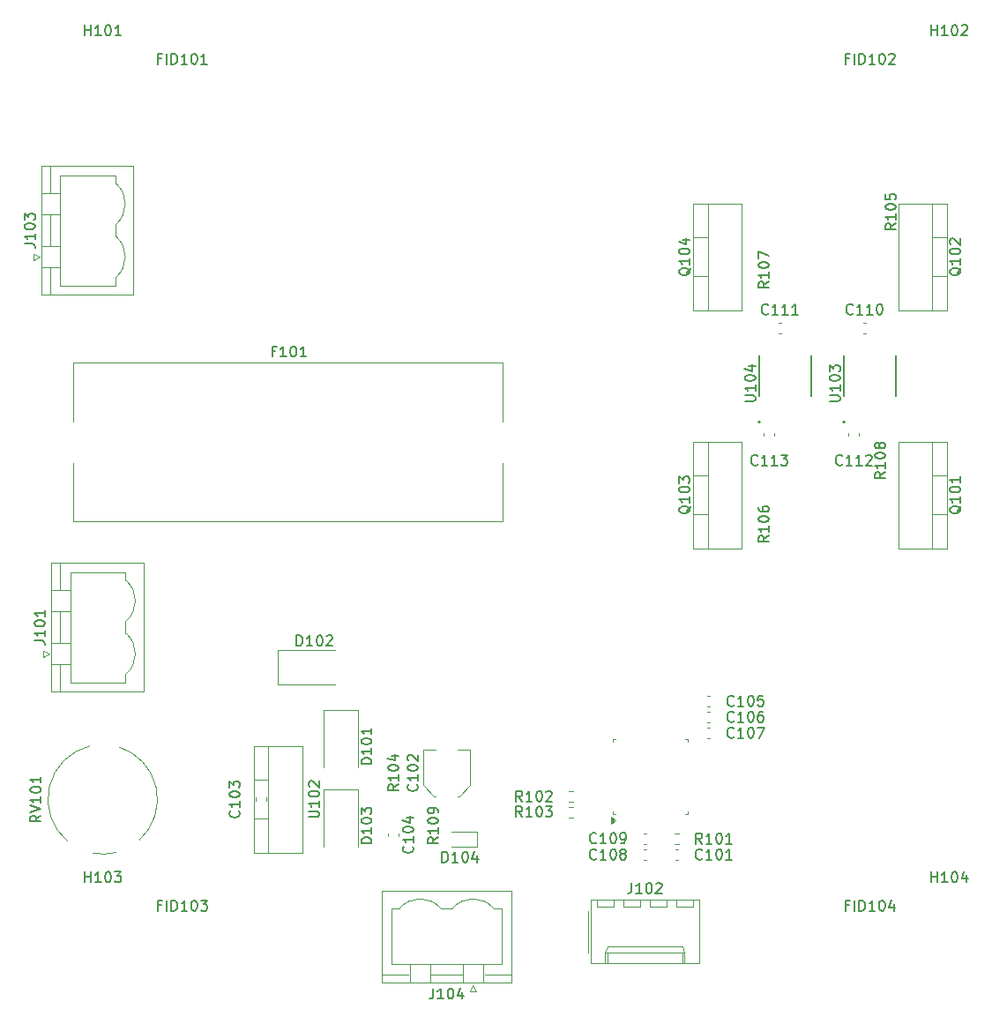
<source format=gbr>
%TF.GenerationSoftware,KiCad,Pcbnew,9.0.3*%
%TF.CreationDate,2025-10-28T10:39:51+01:00*%
%TF.ProjectId,DC_Motor,44435f4d-6f74-46f7-922e-6b696361645f,R.Casas*%
%TF.SameCoordinates,Original*%
%TF.FileFunction,Legend,Top*%
%TF.FilePolarity,Positive*%
%FSLAX46Y46*%
G04 Gerber Fmt 4.6, Leading zero omitted, Abs format (unit mm)*
G04 Created by KiCad (PCBNEW 9.0.3) date 2025-10-28 10:39:51*
%MOMM*%
%LPD*%
G01*
G04 APERTURE LIST*
%ADD10C,0.150000*%
%ADD11C,0.120000*%
%ADD12C,0.127000*%
%ADD13C,0.200000*%
G04 APERTURE END LIST*
D10*
X84424819Y-95735714D02*
X85139104Y-95735714D01*
X85139104Y-95735714D02*
X85281961Y-95783333D01*
X85281961Y-95783333D02*
X85377200Y-95878571D01*
X85377200Y-95878571D02*
X85424819Y-96021428D01*
X85424819Y-96021428D02*
X85424819Y-96116666D01*
X85424819Y-94735714D02*
X85424819Y-95307142D01*
X85424819Y-95021428D02*
X84424819Y-95021428D01*
X84424819Y-95021428D02*
X84567676Y-95116666D01*
X84567676Y-95116666D02*
X84662914Y-95211904D01*
X84662914Y-95211904D02*
X84710533Y-95307142D01*
X84424819Y-94116666D02*
X84424819Y-94021428D01*
X84424819Y-94021428D02*
X84472438Y-93926190D01*
X84472438Y-93926190D02*
X84520057Y-93878571D01*
X84520057Y-93878571D02*
X84615295Y-93830952D01*
X84615295Y-93830952D02*
X84805771Y-93783333D01*
X84805771Y-93783333D02*
X85043866Y-93783333D01*
X85043866Y-93783333D02*
X85234342Y-93830952D01*
X85234342Y-93830952D02*
X85329580Y-93878571D01*
X85329580Y-93878571D02*
X85377200Y-93926190D01*
X85377200Y-93926190D02*
X85424819Y-94021428D01*
X85424819Y-94021428D02*
X85424819Y-94116666D01*
X85424819Y-94116666D02*
X85377200Y-94211904D01*
X85377200Y-94211904D02*
X85329580Y-94259523D01*
X85329580Y-94259523D02*
X85234342Y-94307142D01*
X85234342Y-94307142D02*
X85043866Y-94354761D01*
X85043866Y-94354761D02*
X84805771Y-94354761D01*
X84805771Y-94354761D02*
X84615295Y-94307142D01*
X84615295Y-94307142D02*
X84520057Y-94259523D01*
X84520057Y-94259523D02*
X84472438Y-94211904D01*
X84472438Y-94211904D02*
X84424819Y-94116666D01*
X85424819Y-92830952D02*
X85424819Y-93402380D01*
X85424819Y-93116666D02*
X84424819Y-93116666D01*
X84424819Y-93116666D02*
X84567676Y-93211904D01*
X84567676Y-93211904D02*
X84662914Y-93307142D01*
X84662914Y-93307142D02*
X84710533Y-93402380D01*
X153858952Y-78807580D02*
X153811333Y-78855200D01*
X153811333Y-78855200D02*
X153668476Y-78902819D01*
X153668476Y-78902819D02*
X153573238Y-78902819D01*
X153573238Y-78902819D02*
X153430381Y-78855200D01*
X153430381Y-78855200D02*
X153335143Y-78759961D01*
X153335143Y-78759961D02*
X153287524Y-78664723D01*
X153287524Y-78664723D02*
X153239905Y-78474247D01*
X153239905Y-78474247D02*
X153239905Y-78331390D01*
X153239905Y-78331390D02*
X153287524Y-78140914D01*
X153287524Y-78140914D02*
X153335143Y-78045676D01*
X153335143Y-78045676D02*
X153430381Y-77950438D01*
X153430381Y-77950438D02*
X153573238Y-77902819D01*
X153573238Y-77902819D02*
X153668476Y-77902819D01*
X153668476Y-77902819D02*
X153811333Y-77950438D01*
X153811333Y-77950438D02*
X153858952Y-77998057D01*
X154811333Y-78902819D02*
X154239905Y-78902819D01*
X154525619Y-78902819D02*
X154525619Y-77902819D01*
X154525619Y-77902819D02*
X154430381Y-78045676D01*
X154430381Y-78045676D02*
X154335143Y-78140914D01*
X154335143Y-78140914D02*
X154239905Y-78188533D01*
X155763714Y-78902819D02*
X155192286Y-78902819D01*
X155478000Y-78902819D02*
X155478000Y-77902819D01*
X155478000Y-77902819D02*
X155382762Y-78045676D01*
X155382762Y-78045676D02*
X155287524Y-78140914D01*
X155287524Y-78140914D02*
X155192286Y-78188533D01*
X156097048Y-77902819D02*
X156716095Y-77902819D01*
X156716095Y-77902819D02*
X156382762Y-78283771D01*
X156382762Y-78283771D02*
X156525619Y-78283771D01*
X156525619Y-78283771D02*
X156620857Y-78331390D01*
X156620857Y-78331390D02*
X156668476Y-78379009D01*
X156668476Y-78379009D02*
X156716095Y-78474247D01*
X156716095Y-78474247D02*
X156716095Y-78712342D01*
X156716095Y-78712342D02*
X156668476Y-78807580D01*
X156668476Y-78807580D02*
X156620857Y-78855200D01*
X156620857Y-78855200D02*
X156525619Y-78902819D01*
X156525619Y-78902819D02*
X156239905Y-78902819D01*
X156239905Y-78902819D02*
X156144667Y-78855200D01*
X156144667Y-78855200D02*
X156097048Y-78807580D01*
X141754285Y-118994819D02*
X141754285Y-119709104D01*
X141754285Y-119709104D02*
X141706666Y-119851961D01*
X141706666Y-119851961D02*
X141611428Y-119947200D01*
X141611428Y-119947200D02*
X141468571Y-119994819D01*
X141468571Y-119994819D02*
X141373333Y-119994819D01*
X142754285Y-119994819D02*
X142182857Y-119994819D01*
X142468571Y-119994819D02*
X142468571Y-118994819D01*
X142468571Y-118994819D02*
X142373333Y-119137676D01*
X142373333Y-119137676D02*
X142278095Y-119232914D01*
X142278095Y-119232914D02*
X142182857Y-119280533D01*
X143373333Y-118994819D02*
X143468571Y-118994819D01*
X143468571Y-118994819D02*
X143563809Y-119042438D01*
X143563809Y-119042438D02*
X143611428Y-119090057D01*
X143611428Y-119090057D02*
X143659047Y-119185295D01*
X143659047Y-119185295D02*
X143706666Y-119375771D01*
X143706666Y-119375771D02*
X143706666Y-119613866D01*
X143706666Y-119613866D02*
X143659047Y-119804342D01*
X143659047Y-119804342D02*
X143611428Y-119899580D01*
X143611428Y-119899580D02*
X143563809Y-119947200D01*
X143563809Y-119947200D02*
X143468571Y-119994819D01*
X143468571Y-119994819D02*
X143373333Y-119994819D01*
X143373333Y-119994819D02*
X143278095Y-119947200D01*
X143278095Y-119947200D02*
X143230476Y-119899580D01*
X143230476Y-119899580D02*
X143182857Y-119804342D01*
X143182857Y-119804342D02*
X143135238Y-119613866D01*
X143135238Y-119613866D02*
X143135238Y-119375771D01*
X143135238Y-119375771D02*
X143182857Y-119185295D01*
X143182857Y-119185295D02*
X143230476Y-119090057D01*
X143230476Y-119090057D02*
X143278095Y-119042438D01*
X143278095Y-119042438D02*
X143373333Y-118994819D01*
X144087619Y-119090057D02*
X144135238Y-119042438D01*
X144135238Y-119042438D02*
X144230476Y-118994819D01*
X144230476Y-118994819D02*
X144468571Y-118994819D01*
X144468571Y-118994819D02*
X144563809Y-119042438D01*
X144563809Y-119042438D02*
X144611428Y-119090057D01*
X144611428Y-119090057D02*
X144659047Y-119185295D01*
X144659047Y-119185295D02*
X144659047Y-119280533D01*
X144659047Y-119280533D02*
X144611428Y-119423390D01*
X144611428Y-119423390D02*
X144040000Y-119994819D01*
X144040000Y-119994819D02*
X144659047Y-119994819D01*
X123174819Y-114619047D02*
X122698628Y-114952380D01*
X123174819Y-115190475D02*
X122174819Y-115190475D01*
X122174819Y-115190475D02*
X122174819Y-114809523D01*
X122174819Y-114809523D02*
X122222438Y-114714285D01*
X122222438Y-114714285D02*
X122270057Y-114666666D01*
X122270057Y-114666666D02*
X122365295Y-114619047D01*
X122365295Y-114619047D02*
X122508152Y-114619047D01*
X122508152Y-114619047D02*
X122603390Y-114666666D01*
X122603390Y-114666666D02*
X122651009Y-114714285D01*
X122651009Y-114714285D02*
X122698628Y-114809523D01*
X122698628Y-114809523D02*
X122698628Y-115190475D01*
X123174819Y-113666666D02*
X123174819Y-114238094D01*
X123174819Y-113952380D02*
X122174819Y-113952380D01*
X122174819Y-113952380D02*
X122317676Y-114047618D01*
X122317676Y-114047618D02*
X122412914Y-114142856D01*
X122412914Y-114142856D02*
X122460533Y-114238094D01*
X122174819Y-113047618D02*
X122174819Y-112952380D01*
X122174819Y-112952380D02*
X122222438Y-112857142D01*
X122222438Y-112857142D02*
X122270057Y-112809523D01*
X122270057Y-112809523D02*
X122365295Y-112761904D01*
X122365295Y-112761904D02*
X122555771Y-112714285D01*
X122555771Y-112714285D02*
X122793866Y-112714285D01*
X122793866Y-112714285D02*
X122984342Y-112761904D01*
X122984342Y-112761904D02*
X123079580Y-112809523D01*
X123079580Y-112809523D02*
X123127200Y-112857142D01*
X123127200Y-112857142D02*
X123174819Y-112952380D01*
X123174819Y-112952380D02*
X123174819Y-113047618D01*
X123174819Y-113047618D02*
X123127200Y-113142856D01*
X123127200Y-113142856D02*
X123079580Y-113190475D01*
X123079580Y-113190475D02*
X122984342Y-113238094D01*
X122984342Y-113238094D02*
X122793866Y-113285713D01*
X122793866Y-113285713D02*
X122555771Y-113285713D01*
X122555771Y-113285713D02*
X122365295Y-113238094D01*
X122365295Y-113238094D02*
X122270057Y-113190475D01*
X122270057Y-113190475D02*
X122222438Y-113142856D01*
X122222438Y-113142856D02*
X122174819Y-113047618D01*
X123174819Y-112238094D02*
X123174819Y-112047618D01*
X123174819Y-112047618D02*
X123127200Y-111952380D01*
X123127200Y-111952380D02*
X123079580Y-111904761D01*
X123079580Y-111904761D02*
X122936723Y-111809523D01*
X122936723Y-111809523D02*
X122746247Y-111761904D01*
X122746247Y-111761904D02*
X122365295Y-111761904D01*
X122365295Y-111761904D02*
X122270057Y-111809523D01*
X122270057Y-111809523D02*
X122222438Y-111857142D01*
X122222438Y-111857142D02*
X122174819Y-111952380D01*
X122174819Y-111952380D02*
X122174819Y-112142856D01*
X122174819Y-112142856D02*
X122222438Y-112238094D01*
X122222438Y-112238094D02*
X122270057Y-112285713D01*
X122270057Y-112285713D02*
X122365295Y-112333332D01*
X122365295Y-112333332D02*
X122603390Y-112333332D01*
X122603390Y-112333332D02*
X122698628Y-112285713D01*
X122698628Y-112285713D02*
X122746247Y-112238094D01*
X122746247Y-112238094D02*
X122793866Y-112142856D01*
X122793866Y-112142856D02*
X122793866Y-111952380D01*
X122793866Y-111952380D02*
X122746247Y-111857142D01*
X122746247Y-111857142D02*
X122698628Y-111809523D01*
X122698628Y-111809523D02*
X122603390Y-111761904D01*
X119364819Y-109539047D02*
X118888628Y-109872380D01*
X119364819Y-110110475D02*
X118364819Y-110110475D01*
X118364819Y-110110475D02*
X118364819Y-109729523D01*
X118364819Y-109729523D02*
X118412438Y-109634285D01*
X118412438Y-109634285D02*
X118460057Y-109586666D01*
X118460057Y-109586666D02*
X118555295Y-109539047D01*
X118555295Y-109539047D02*
X118698152Y-109539047D01*
X118698152Y-109539047D02*
X118793390Y-109586666D01*
X118793390Y-109586666D02*
X118841009Y-109634285D01*
X118841009Y-109634285D02*
X118888628Y-109729523D01*
X118888628Y-109729523D02*
X118888628Y-110110475D01*
X119364819Y-108586666D02*
X119364819Y-109158094D01*
X119364819Y-108872380D02*
X118364819Y-108872380D01*
X118364819Y-108872380D02*
X118507676Y-108967618D01*
X118507676Y-108967618D02*
X118602914Y-109062856D01*
X118602914Y-109062856D02*
X118650533Y-109158094D01*
X118364819Y-107967618D02*
X118364819Y-107872380D01*
X118364819Y-107872380D02*
X118412438Y-107777142D01*
X118412438Y-107777142D02*
X118460057Y-107729523D01*
X118460057Y-107729523D02*
X118555295Y-107681904D01*
X118555295Y-107681904D02*
X118745771Y-107634285D01*
X118745771Y-107634285D02*
X118983866Y-107634285D01*
X118983866Y-107634285D02*
X119174342Y-107681904D01*
X119174342Y-107681904D02*
X119269580Y-107729523D01*
X119269580Y-107729523D02*
X119317200Y-107777142D01*
X119317200Y-107777142D02*
X119364819Y-107872380D01*
X119364819Y-107872380D02*
X119364819Y-107967618D01*
X119364819Y-107967618D02*
X119317200Y-108062856D01*
X119317200Y-108062856D02*
X119269580Y-108110475D01*
X119269580Y-108110475D02*
X119174342Y-108158094D01*
X119174342Y-108158094D02*
X118983866Y-108205713D01*
X118983866Y-108205713D02*
X118745771Y-108205713D01*
X118745771Y-108205713D02*
X118555295Y-108158094D01*
X118555295Y-108158094D02*
X118460057Y-108110475D01*
X118460057Y-108110475D02*
X118412438Y-108062856D01*
X118412438Y-108062856D02*
X118364819Y-107967618D01*
X118698152Y-106777142D02*
X119364819Y-106777142D01*
X118317200Y-107015237D02*
X119031485Y-107253332D01*
X119031485Y-107253332D02*
X119031485Y-106634285D01*
X116784819Y-107570475D02*
X115784819Y-107570475D01*
X115784819Y-107570475D02*
X115784819Y-107332380D01*
X115784819Y-107332380D02*
X115832438Y-107189523D01*
X115832438Y-107189523D02*
X115927676Y-107094285D01*
X115927676Y-107094285D02*
X116022914Y-107046666D01*
X116022914Y-107046666D02*
X116213390Y-106999047D01*
X116213390Y-106999047D02*
X116356247Y-106999047D01*
X116356247Y-106999047D02*
X116546723Y-107046666D01*
X116546723Y-107046666D02*
X116641961Y-107094285D01*
X116641961Y-107094285D02*
X116737200Y-107189523D01*
X116737200Y-107189523D02*
X116784819Y-107332380D01*
X116784819Y-107332380D02*
X116784819Y-107570475D01*
X116784819Y-106046666D02*
X116784819Y-106618094D01*
X116784819Y-106332380D02*
X115784819Y-106332380D01*
X115784819Y-106332380D02*
X115927676Y-106427618D01*
X115927676Y-106427618D02*
X116022914Y-106522856D01*
X116022914Y-106522856D02*
X116070533Y-106618094D01*
X115784819Y-105427618D02*
X115784819Y-105332380D01*
X115784819Y-105332380D02*
X115832438Y-105237142D01*
X115832438Y-105237142D02*
X115880057Y-105189523D01*
X115880057Y-105189523D02*
X115975295Y-105141904D01*
X115975295Y-105141904D02*
X116165771Y-105094285D01*
X116165771Y-105094285D02*
X116403866Y-105094285D01*
X116403866Y-105094285D02*
X116594342Y-105141904D01*
X116594342Y-105141904D02*
X116689580Y-105189523D01*
X116689580Y-105189523D02*
X116737200Y-105237142D01*
X116737200Y-105237142D02*
X116784819Y-105332380D01*
X116784819Y-105332380D02*
X116784819Y-105427618D01*
X116784819Y-105427618D02*
X116737200Y-105522856D01*
X116737200Y-105522856D02*
X116689580Y-105570475D01*
X116689580Y-105570475D02*
X116594342Y-105618094D01*
X116594342Y-105618094D02*
X116403866Y-105665713D01*
X116403866Y-105665713D02*
X116165771Y-105665713D01*
X116165771Y-105665713D02*
X115975295Y-105618094D01*
X115975295Y-105618094D02*
X115880057Y-105570475D01*
X115880057Y-105570475D02*
X115832438Y-105522856D01*
X115832438Y-105522856D02*
X115784819Y-105427618D01*
X116784819Y-104141904D02*
X116784819Y-104713332D01*
X116784819Y-104427618D02*
X115784819Y-104427618D01*
X115784819Y-104427618D02*
X115927676Y-104522856D01*
X115927676Y-104522856D02*
X116022914Y-104618094D01*
X116022914Y-104618094D02*
X116070533Y-104713332D01*
X151572952Y-104965055D02*
X151525333Y-105012675D01*
X151525333Y-105012675D02*
X151382476Y-105060294D01*
X151382476Y-105060294D02*
X151287238Y-105060294D01*
X151287238Y-105060294D02*
X151144381Y-105012675D01*
X151144381Y-105012675D02*
X151049143Y-104917436D01*
X151049143Y-104917436D02*
X151001524Y-104822198D01*
X151001524Y-104822198D02*
X150953905Y-104631722D01*
X150953905Y-104631722D02*
X150953905Y-104488865D01*
X150953905Y-104488865D02*
X151001524Y-104298389D01*
X151001524Y-104298389D02*
X151049143Y-104203151D01*
X151049143Y-104203151D02*
X151144381Y-104107913D01*
X151144381Y-104107913D02*
X151287238Y-104060294D01*
X151287238Y-104060294D02*
X151382476Y-104060294D01*
X151382476Y-104060294D02*
X151525333Y-104107913D01*
X151525333Y-104107913D02*
X151572952Y-104155532D01*
X152525333Y-105060294D02*
X151953905Y-105060294D01*
X152239619Y-105060294D02*
X152239619Y-104060294D01*
X152239619Y-104060294D02*
X152144381Y-104203151D01*
X152144381Y-104203151D02*
X152049143Y-104298389D01*
X152049143Y-104298389D02*
X151953905Y-104346008D01*
X153144381Y-104060294D02*
X153239619Y-104060294D01*
X153239619Y-104060294D02*
X153334857Y-104107913D01*
X153334857Y-104107913D02*
X153382476Y-104155532D01*
X153382476Y-104155532D02*
X153430095Y-104250770D01*
X153430095Y-104250770D02*
X153477714Y-104441246D01*
X153477714Y-104441246D02*
X153477714Y-104679341D01*
X153477714Y-104679341D02*
X153430095Y-104869817D01*
X153430095Y-104869817D02*
X153382476Y-104965055D01*
X153382476Y-104965055D02*
X153334857Y-105012675D01*
X153334857Y-105012675D02*
X153239619Y-105060294D01*
X153239619Y-105060294D02*
X153144381Y-105060294D01*
X153144381Y-105060294D02*
X153049143Y-105012675D01*
X153049143Y-105012675D02*
X153001524Y-104965055D01*
X153001524Y-104965055D02*
X152953905Y-104869817D01*
X152953905Y-104869817D02*
X152906286Y-104679341D01*
X152906286Y-104679341D02*
X152906286Y-104441246D01*
X152906286Y-104441246D02*
X152953905Y-104250770D01*
X152953905Y-104250770D02*
X153001524Y-104155532D01*
X153001524Y-104155532D02*
X153049143Y-104107913D01*
X153049143Y-104107913D02*
X153144381Y-104060294D01*
X153811048Y-104060294D02*
X154477714Y-104060294D01*
X154477714Y-104060294D02*
X154049143Y-105060294D01*
X89255714Y-37634819D02*
X89255714Y-36634819D01*
X89255714Y-37111009D02*
X89827142Y-37111009D01*
X89827142Y-37634819D02*
X89827142Y-36634819D01*
X90827142Y-37634819D02*
X90255714Y-37634819D01*
X90541428Y-37634819D02*
X90541428Y-36634819D01*
X90541428Y-36634819D02*
X90446190Y-36777676D01*
X90446190Y-36777676D02*
X90350952Y-36872914D01*
X90350952Y-36872914D02*
X90255714Y-36920533D01*
X91446190Y-36634819D02*
X91541428Y-36634819D01*
X91541428Y-36634819D02*
X91636666Y-36682438D01*
X91636666Y-36682438D02*
X91684285Y-36730057D01*
X91684285Y-36730057D02*
X91731904Y-36825295D01*
X91731904Y-36825295D02*
X91779523Y-37015771D01*
X91779523Y-37015771D02*
X91779523Y-37253866D01*
X91779523Y-37253866D02*
X91731904Y-37444342D01*
X91731904Y-37444342D02*
X91684285Y-37539580D01*
X91684285Y-37539580D02*
X91636666Y-37587200D01*
X91636666Y-37587200D02*
X91541428Y-37634819D01*
X91541428Y-37634819D02*
X91446190Y-37634819D01*
X91446190Y-37634819D02*
X91350952Y-37587200D01*
X91350952Y-37587200D02*
X91303333Y-37539580D01*
X91303333Y-37539580D02*
X91255714Y-37444342D01*
X91255714Y-37444342D02*
X91208095Y-37253866D01*
X91208095Y-37253866D02*
X91208095Y-37015771D01*
X91208095Y-37015771D02*
X91255714Y-36825295D01*
X91255714Y-36825295D02*
X91303333Y-36730057D01*
X91303333Y-36730057D02*
X91350952Y-36682438D01*
X91350952Y-36682438D02*
X91446190Y-36634819D01*
X92731904Y-37634819D02*
X92160476Y-37634819D01*
X92446190Y-37634819D02*
X92446190Y-36634819D01*
X92446190Y-36634819D02*
X92350952Y-36777676D01*
X92350952Y-36777676D02*
X92255714Y-36872914D01*
X92255714Y-36872914D02*
X92160476Y-36920533D01*
X123569524Y-117002819D02*
X123569524Y-116002819D01*
X123569524Y-116002819D02*
X123807619Y-116002819D01*
X123807619Y-116002819D02*
X123950476Y-116050438D01*
X123950476Y-116050438D02*
X124045714Y-116145676D01*
X124045714Y-116145676D02*
X124093333Y-116240914D01*
X124093333Y-116240914D02*
X124140952Y-116431390D01*
X124140952Y-116431390D02*
X124140952Y-116574247D01*
X124140952Y-116574247D02*
X124093333Y-116764723D01*
X124093333Y-116764723D02*
X124045714Y-116859961D01*
X124045714Y-116859961D02*
X123950476Y-116955200D01*
X123950476Y-116955200D02*
X123807619Y-117002819D01*
X123807619Y-117002819D02*
X123569524Y-117002819D01*
X125093333Y-117002819D02*
X124521905Y-117002819D01*
X124807619Y-117002819D02*
X124807619Y-116002819D01*
X124807619Y-116002819D02*
X124712381Y-116145676D01*
X124712381Y-116145676D02*
X124617143Y-116240914D01*
X124617143Y-116240914D02*
X124521905Y-116288533D01*
X125712381Y-116002819D02*
X125807619Y-116002819D01*
X125807619Y-116002819D02*
X125902857Y-116050438D01*
X125902857Y-116050438D02*
X125950476Y-116098057D01*
X125950476Y-116098057D02*
X125998095Y-116193295D01*
X125998095Y-116193295D02*
X126045714Y-116383771D01*
X126045714Y-116383771D02*
X126045714Y-116621866D01*
X126045714Y-116621866D02*
X125998095Y-116812342D01*
X125998095Y-116812342D02*
X125950476Y-116907580D01*
X125950476Y-116907580D02*
X125902857Y-116955200D01*
X125902857Y-116955200D02*
X125807619Y-117002819D01*
X125807619Y-117002819D02*
X125712381Y-117002819D01*
X125712381Y-117002819D02*
X125617143Y-116955200D01*
X125617143Y-116955200D02*
X125569524Y-116907580D01*
X125569524Y-116907580D02*
X125521905Y-116812342D01*
X125521905Y-116812342D02*
X125474286Y-116621866D01*
X125474286Y-116621866D02*
X125474286Y-116383771D01*
X125474286Y-116383771D02*
X125521905Y-116193295D01*
X125521905Y-116193295D02*
X125569524Y-116098057D01*
X125569524Y-116098057D02*
X125617143Y-116050438D01*
X125617143Y-116050438D02*
X125712381Y-116002819D01*
X126902857Y-116336152D02*
X126902857Y-117002819D01*
X126664762Y-115955200D02*
X126426667Y-116669485D01*
X126426667Y-116669485D02*
X127045714Y-116669485D01*
X110744819Y-112674285D02*
X111554342Y-112674285D01*
X111554342Y-112674285D02*
X111649580Y-112626666D01*
X111649580Y-112626666D02*
X111697200Y-112579047D01*
X111697200Y-112579047D02*
X111744819Y-112483809D01*
X111744819Y-112483809D02*
X111744819Y-112293333D01*
X111744819Y-112293333D02*
X111697200Y-112198095D01*
X111697200Y-112198095D02*
X111649580Y-112150476D01*
X111649580Y-112150476D02*
X111554342Y-112102857D01*
X111554342Y-112102857D02*
X110744819Y-112102857D01*
X111744819Y-111102857D02*
X111744819Y-111674285D01*
X111744819Y-111388571D02*
X110744819Y-111388571D01*
X110744819Y-111388571D02*
X110887676Y-111483809D01*
X110887676Y-111483809D02*
X110982914Y-111579047D01*
X110982914Y-111579047D02*
X111030533Y-111674285D01*
X110744819Y-110483809D02*
X110744819Y-110388571D01*
X110744819Y-110388571D02*
X110792438Y-110293333D01*
X110792438Y-110293333D02*
X110840057Y-110245714D01*
X110840057Y-110245714D02*
X110935295Y-110198095D01*
X110935295Y-110198095D02*
X111125771Y-110150476D01*
X111125771Y-110150476D02*
X111363866Y-110150476D01*
X111363866Y-110150476D02*
X111554342Y-110198095D01*
X111554342Y-110198095D02*
X111649580Y-110245714D01*
X111649580Y-110245714D02*
X111697200Y-110293333D01*
X111697200Y-110293333D02*
X111744819Y-110388571D01*
X111744819Y-110388571D02*
X111744819Y-110483809D01*
X111744819Y-110483809D02*
X111697200Y-110579047D01*
X111697200Y-110579047D02*
X111649580Y-110626666D01*
X111649580Y-110626666D02*
X111554342Y-110674285D01*
X111554342Y-110674285D02*
X111363866Y-110721904D01*
X111363866Y-110721904D02*
X111125771Y-110721904D01*
X111125771Y-110721904D02*
X110935295Y-110674285D01*
X110935295Y-110674285D02*
X110840057Y-110626666D01*
X110840057Y-110626666D02*
X110792438Y-110579047D01*
X110792438Y-110579047D02*
X110744819Y-110483809D01*
X110840057Y-109769523D02*
X110792438Y-109721904D01*
X110792438Y-109721904D02*
X110744819Y-109626666D01*
X110744819Y-109626666D02*
X110744819Y-109388571D01*
X110744819Y-109388571D02*
X110792438Y-109293333D01*
X110792438Y-109293333D02*
X110840057Y-109245714D01*
X110840057Y-109245714D02*
X110935295Y-109198095D01*
X110935295Y-109198095D02*
X111030533Y-109198095D01*
X111030533Y-109198095D02*
X111173390Y-109245714D01*
X111173390Y-109245714D02*
X111744819Y-109817142D01*
X111744819Y-109817142D02*
X111744819Y-109198095D01*
X107564285Y-67951009D02*
X107230952Y-67951009D01*
X107230952Y-68474819D02*
X107230952Y-67474819D01*
X107230952Y-67474819D02*
X107707142Y-67474819D01*
X108611904Y-68474819D02*
X108040476Y-68474819D01*
X108326190Y-68474819D02*
X108326190Y-67474819D01*
X108326190Y-67474819D02*
X108230952Y-67617676D01*
X108230952Y-67617676D02*
X108135714Y-67712914D01*
X108135714Y-67712914D02*
X108040476Y-67760533D01*
X109230952Y-67474819D02*
X109326190Y-67474819D01*
X109326190Y-67474819D02*
X109421428Y-67522438D01*
X109421428Y-67522438D02*
X109469047Y-67570057D01*
X109469047Y-67570057D02*
X109516666Y-67665295D01*
X109516666Y-67665295D02*
X109564285Y-67855771D01*
X109564285Y-67855771D02*
X109564285Y-68093866D01*
X109564285Y-68093866D02*
X109516666Y-68284342D01*
X109516666Y-68284342D02*
X109469047Y-68379580D01*
X109469047Y-68379580D02*
X109421428Y-68427200D01*
X109421428Y-68427200D02*
X109326190Y-68474819D01*
X109326190Y-68474819D02*
X109230952Y-68474819D01*
X109230952Y-68474819D02*
X109135714Y-68427200D01*
X109135714Y-68427200D02*
X109088095Y-68379580D01*
X109088095Y-68379580D02*
X109040476Y-68284342D01*
X109040476Y-68284342D02*
X108992857Y-68093866D01*
X108992857Y-68093866D02*
X108992857Y-67855771D01*
X108992857Y-67855771D02*
X109040476Y-67665295D01*
X109040476Y-67665295D02*
X109088095Y-67570057D01*
X109088095Y-67570057D02*
X109135714Y-67522438D01*
X109135714Y-67522438D02*
X109230952Y-67474819D01*
X110516666Y-68474819D02*
X109945238Y-68474819D01*
X110230952Y-68474819D02*
X110230952Y-67474819D01*
X110230952Y-67474819D02*
X110135714Y-67617676D01*
X110135714Y-67617676D02*
X110040476Y-67712914D01*
X110040476Y-67712914D02*
X109945238Y-67760533D01*
X148524952Y-116649055D02*
X148477333Y-116696675D01*
X148477333Y-116696675D02*
X148334476Y-116744294D01*
X148334476Y-116744294D02*
X148239238Y-116744294D01*
X148239238Y-116744294D02*
X148096381Y-116696675D01*
X148096381Y-116696675D02*
X148001143Y-116601436D01*
X148001143Y-116601436D02*
X147953524Y-116506198D01*
X147953524Y-116506198D02*
X147905905Y-116315722D01*
X147905905Y-116315722D02*
X147905905Y-116172865D01*
X147905905Y-116172865D02*
X147953524Y-115982389D01*
X147953524Y-115982389D02*
X148001143Y-115887151D01*
X148001143Y-115887151D02*
X148096381Y-115791913D01*
X148096381Y-115791913D02*
X148239238Y-115744294D01*
X148239238Y-115744294D02*
X148334476Y-115744294D01*
X148334476Y-115744294D02*
X148477333Y-115791913D01*
X148477333Y-115791913D02*
X148524952Y-115839532D01*
X149477333Y-116744294D02*
X148905905Y-116744294D01*
X149191619Y-116744294D02*
X149191619Y-115744294D01*
X149191619Y-115744294D02*
X149096381Y-115887151D01*
X149096381Y-115887151D02*
X149001143Y-115982389D01*
X149001143Y-115982389D02*
X148905905Y-116030008D01*
X150096381Y-115744294D02*
X150191619Y-115744294D01*
X150191619Y-115744294D02*
X150286857Y-115791913D01*
X150286857Y-115791913D02*
X150334476Y-115839532D01*
X150334476Y-115839532D02*
X150382095Y-115934770D01*
X150382095Y-115934770D02*
X150429714Y-116125246D01*
X150429714Y-116125246D02*
X150429714Y-116363341D01*
X150429714Y-116363341D02*
X150382095Y-116553817D01*
X150382095Y-116553817D02*
X150334476Y-116649055D01*
X150334476Y-116649055D02*
X150286857Y-116696675D01*
X150286857Y-116696675D02*
X150191619Y-116744294D01*
X150191619Y-116744294D02*
X150096381Y-116744294D01*
X150096381Y-116744294D02*
X150001143Y-116696675D01*
X150001143Y-116696675D02*
X149953524Y-116649055D01*
X149953524Y-116649055D02*
X149905905Y-116553817D01*
X149905905Y-116553817D02*
X149858286Y-116363341D01*
X149858286Y-116363341D02*
X149858286Y-116125246D01*
X149858286Y-116125246D02*
X149905905Y-115934770D01*
X149905905Y-115934770D02*
X149953524Y-115839532D01*
X149953524Y-115839532D02*
X150001143Y-115791913D01*
X150001143Y-115791913D02*
X150096381Y-115744294D01*
X151382095Y-116744294D02*
X150810667Y-116744294D01*
X151096381Y-116744294D02*
X151096381Y-115744294D01*
X151096381Y-115744294D02*
X151001143Y-115887151D01*
X151001143Y-115887151D02*
X150905905Y-115982389D01*
X150905905Y-115982389D02*
X150810667Y-116030008D01*
X162606190Y-39861009D02*
X162272857Y-39861009D01*
X162272857Y-40384819D02*
X162272857Y-39384819D01*
X162272857Y-39384819D02*
X162749047Y-39384819D01*
X163130000Y-40384819D02*
X163130000Y-39384819D01*
X163606190Y-40384819D02*
X163606190Y-39384819D01*
X163606190Y-39384819D02*
X163844285Y-39384819D01*
X163844285Y-39384819D02*
X163987142Y-39432438D01*
X163987142Y-39432438D02*
X164082380Y-39527676D01*
X164082380Y-39527676D02*
X164129999Y-39622914D01*
X164129999Y-39622914D02*
X164177618Y-39813390D01*
X164177618Y-39813390D02*
X164177618Y-39956247D01*
X164177618Y-39956247D02*
X164129999Y-40146723D01*
X164129999Y-40146723D02*
X164082380Y-40241961D01*
X164082380Y-40241961D02*
X163987142Y-40337200D01*
X163987142Y-40337200D02*
X163844285Y-40384819D01*
X163844285Y-40384819D02*
X163606190Y-40384819D01*
X165129999Y-40384819D02*
X164558571Y-40384819D01*
X164844285Y-40384819D02*
X164844285Y-39384819D01*
X164844285Y-39384819D02*
X164749047Y-39527676D01*
X164749047Y-39527676D02*
X164653809Y-39622914D01*
X164653809Y-39622914D02*
X164558571Y-39670533D01*
X165749047Y-39384819D02*
X165844285Y-39384819D01*
X165844285Y-39384819D02*
X165939523Y-39432438D01*
X165939523Y-39432438D02*
X165987142Y-39480057D01*
X165987142Y-39480057D02*
X166034761Y-39575295D01*
X166034761Y-39575295D02*
X166082380Y-39765771D01*
X166082380Y-39765771D02*
X166082380Y-40003866D01*
X166082380Y-40003866D02*
X166034761Y-40194342D01*
X166034761Y-40194342D02*
X165987142Y-40289580D01*
X165987142Y-40289580D02*
X165939523Y-40337200D01*
X165939523Y-40337200D02*
X165844285Y-40384819D01*
X165844285Y-40384819D02*
X165749047Y-40384819D01*
X165749047Y-40384819D02*
X165653809Y-40337200D01*
X165653809Y-40337200D02*
X165606190Y-40289580D01*
X165606190Y-40289580D02*
X165558571Y-40194342D01*
X165558571Y-40194342D02*
X165510952Y-40003866D01*
X165510952Y-40003866D02*
X165510952Y-39765771D01*
X165510952Y-39765771D02*
X165558571Y-39575295D01*
X165558571Y-39575295D02*
X165606190Y-39480057D01*
X165606190Y-39480057D02*
X165653809Y-39432438D01*
X165653809Y-39432438D02*
X165749047Y-39384819D01*
X166463333Y-39480057D02*
X166510952Y-39432438D01*
X166510952Y-39432438D02*
X166606190Y-39384819D01*
X166606190Y-39384819D02*
X166844285Y-39384819D01*
X166844285Y-39384819D02*
X166939523Y-39432438D01*
X166939523Y-39432438D02*
X166987142Y-39480057D01*
X166987142Y-39480057D02*
X167034761Y-39575295D01*
X167034761Y-39575295D02*
X167034761Y-39670533D01*
X167034761Y-39670533D02*
X166987142Y-39813390D01*
X166987142Y-39813390D02*
X166415714Y-40384819D01*
X166415714Y-40384819D02*
X167034761Y-40384819D01*
X170535714Y-118914819D02*
X170535714Y-117914819D01*
X170535714Y-118391009D02*
X171107142Y-118391009D01*
X171107142Y-118914819D02*
X171107142Y-117914819D01*
X172107142Y-118914819D02*
X171535714Y-118914819D01*
X171821428Y-118914819D02*
X171821428Y-117914819D01*
X171821428Y-117914819D02*
X171726190Y-118057676D01*
X171726190Y-118057676D02*
X171630952Y-118152914D01*
X171630952Y-118152914D02*
X171535714Y-118200533D01*
X172726190Y-117914819D02*
X172821428Y-117914819D01*
X172821428Y-117914819D02*
X172916666Y-117962438D01*
X172916666Y-117962438D02*
X172964285Y-118010057D01*
X172964285Y-118010057D02*
X173011904Y-118105295D01*
X173011904Y-118105295D02*
X173059523Y-118295771D01*
X173059523Y-118295771D02*
X173059523Y-118533866D01*
X173059523Y-118533866D02*
X173011904Y-118724342D01*
X173011904Y-118724342D02*
X172964285Y-118819580D01*
X172964285Y-118819580D02*
X172916666Y-118867200D01*
X172916666Y-118867200D02*
X172821428Y-118914819D01*
X172821428Y-118914819D02*
X172726190Y-118914819D01*
X172726190Y-118914819D02*
X172630952Y-118867200D01*
X172630952Y-118867200D02*
X172583333Y-118819580D01*
X172583333Y-118819580D02*
X172535714Y-118724342D01*
X172535714Y-118724342D02*
X172488095Y-118533866D01*
X172488095Y-118533866D02*
X172488095Y-118295771D01*
X172488095Y-118295771D02*
X172535714Y-118105295D01*
X172535714Y-118105295D02*
X172583333Y-118010057D01*
X172583333Y-118010057D02*
X172630952Y-117962438D01*
X172630952Y-117962438D02*
X172726190Y-117914819D01*
X173916666Y-118248152D02*
X173916666Y-118914819D01*
X173678571Y-117867200D02*
X173440476Y-118581485D01*
X173440476Y-118581485D02*
X174059523Y-118581485D01*
X170535714Y-37634819D02*
X170535714Y-36634819D01*
X170535714Y-37111009D02*
X171107142Y-37111009D01*
X171107142Y-37634819D02*
X171107142Y-36634819D01*
X172107142Y-37634819D02*
X171535714Y-37634819D01*
X171821428Y-37634819D02*
X171821428Y-36634819D01*
X171821428Y-36634819D02*
X171726190Y-36777676D01*
X171726190Y-36777676D02*
X171630952Y-36872914D01*
X171630952Y-36872914D02*
X171535714Y-36920533D01*
X172726190Y-36634819D02*
X172821428Y-36634819D01*
X172821428Y-36634819D02*
X172916666Y-36682438D01*
X172916666Y-36682438D02*
X172964285Y-36730057D01*
X172964285Y-36730057D02*
X173011904Y-36825295D01*
X173011904Y-36825295D02*
X173059523Y-37015771D01*
X173059523Y-37015771D02*
X173059523Y-37253866D01*
X173059523Y-37253866D02*
X173011904Y-37444342D01*
X173011904Y-37444342D02*
X172964285Y-37539580D01*
X172964285Y-37539580D02*
X172916666Y-37587200D01*
X172916666Y-37587200D02*
X172821428Y-37634819D01*
X172821428Y-37634819D02*
X172726190Y-37634819D01*
X172726190Y-37634819D02*
X172630952Y-37587200D01*
X172630952Y-37587200D02*
X172583333Y-37539580D01*
X172583333Y-37539580D02*
X172535714Y-37444342D01*
X172535714Y-37444342D02*
X172488095Y-37253866D01*
X172488095Y-37253866D02*
X172488095Y-37015771D01*
X172488095Y-37015771D02*
X172535714Y-36825295D01*
X172535714Y-36825295D02*
X172583333Y-36730057D01*
X172583333Y-36730057D02*
X172630952Y-36682438D01*
X172630952Y-36682438D02*
X172726190Y-36634819D01*
X173440476Y-36730057D02*
X173488095Y-36682438D01*
X173488095Y-36682438D02*
X173583333Y-36634819D01*
X173583333Y-36634819D02*
X173821428Y-36634819D01*
X173821428Y-36634819D02*
X173916666Y-36682438D01*
X173916666Y-36682438D02*
X173964285Y-36730057D01*
X173964285Y-36730057D02*
X174011904Y-36825295D01*
X174011904Y-36825295D02*
X174011904Y-36920533D01*
X174011904Y-36920533D02*
X173964285Y-37063390D01*
X173964285Y-37063390D02*
X173392857Y-37634819D01*
X173392857Y-37634819D02*
X174011904Y-37634819D01*
X104029580Y-112079047D02*
X104077200Y-112126666D01*
X104077200Y-112126666D02*
X104124819Y-112269523D01*
X104124819Y-112269523D02*
X104124819Y-112364761D01*
X104124819Y-112364761D02*
X104077200Y-112507618D01*
X104077200Y-112507618D02*
X103981961Y-112602856D01*
X103981961Y-112602856D02*
X103886723Y-112650475D01*
X103886723Y-112650475D02*
X103696247Y-112698094D01*
X103696247Y-112698094D02*
X103553390Y-112698094D01*
X103553390Y-112698094D02*
X103362914Y-112650475D01*
X103362914Y-112650475D02*
X103267676Y-112602856D01*
X103267676Y-112602856D02*
X103172438Y-112507618D01*
X103172438Y-112507618D02*
X103124819Y-112364761D01*
X103124819Y-112364761D02*
X103124819Y-112269523D01*
X103124819Y-112269523D02*
X103172438Y-112126666D01*
X103172438Y-112126666D02*
X103220057Y-112079047D01*
X104124819Y-111126666D02*
X104124819Y-111698094D01*
X104124819Y-111412380D02*
X103124819Y-111412380D01*
X103124819Y-111412380D02*
X103267676Y-111507618D01*
X103267676Y-111507618D02*
X103362914Y-111602856D01*
X103362914Y-111602856D02*
X103410533Y-111698094D01*
X103124819Y-110507618D02*
X103124819Y-110412380D01*
X103124819Y-110412380D02*
X103172438Y-110317142D01*
X103172438Y-110317142D02*
X103220057Y-110269523D01*
X103220057Y-110269523D02*
X103315295Y-110221904D01*
X103315295Y-110221904D02*
X103505771Y-110174285D01*
X103505771Y-110174285D02*
X103743866Y-110174285D01*
X103743866Y-110174285D02*
X103934342Y-110221904D01*
X103934342Y-110221904D02*
X104029580Y-110269523D01*
X104029580Y-110269523D02*
X104077200Y-110317142D01*
X104077200Y-110317142D02*
X104124819Y-110412380D01*
X104124819Y-110412380D02*
X104124819Y-110507618D01*
X104124819Y-110507618D02*
X104077200Y-110602856D01*
X104077200Y-110602856D02*
X104029580Y-110650475D01*
X104029580Y-110650475D02*
X103934342Y-110698094D01*
X103934342Y-110698094D02*
X103743866Y-110745713D01*
X103743866Y-110745713D02*
X103505771Y-110745713D01*
X103505771Y-110745713D02*
X103315295Y-110698094D01*
X103315295Y-110698094D02*
X103220057Y-110650475D01*
X103220057Y-110650475D02*
X103172438Y-110602856D01*
X103172438Y-110602856D02*
X103124819Y-110507618D01*
X103124819Y-109840951D02*
X103124819Y-109221904D01*
X103124819Y-109221904D02*
X103505771Y-109555237D01*
X103505771Y-109555237D02*
X103505771Y-109412380D01*
X103505771Y-109412380D02*
X103553390Y-109317142D01*
X103553390Y-109317142D02*
X103601009Y-109269523D01*
X103601009Y-109269523D02*
X103696247Y-109221904D01*
X103696247Y-109221904D02*
X103934342Y-109221904D01*
X103934342Y-109221904D02*
X104029580Y-109269523D01*
X104029580Y-109269523D02*
X104077200Y-109317142D01*
X104077200Y-109317142D02*
X104124819Y-109412380D01*
X104124819Y-109412380D02*
X104124819Y-109698094D01*
X104124819Y-109698094D02*
X104077200Y-109793332D01*
X104077200Y-109793332D02*
X104029580Y-109840951D01*
X96566190Y-39861009D02*
X96232857Y-39861009D01*
X96232857Y-40384819D02*
X96232857Y-39384819D01*
X96232857Y-39384819D02*
X96709047Y-39384819D01*
X97090000Y-40384819D02*
X97090000Y-39384819D01*
X97566190Y-40384819D02*
X97566190Y-39384819D01*
X97566190Y-39384819D02*
X97804285Y-39384819D01*
X97804285Y-39384819D02*
X97947142Y-39432438D01*
X97947142Y-39432438D02*
X98042380Y-39527676D01*
X98042380Y-39527676D02*
X98089999Y-39622914D01*
X98089999Y-39622914D02*
X98137618Y-39813390D01*
X98137618Y-39813390D02*
X98137618Y-39956247D01*
X98137618Y-39956247D02*
X98089999Y-40146723D01*
X98089999Y-40146723D02*
X98042380Y-40241961D01*
X98042380Y-40241961D02*
X97947142Y-40337200D01*
X97947142Y-40337200D02*
X97804285Y-40384819D01*
X97804285Y-40384819D02*
X97566190Y-40384819D01*
X99089999Y-40384819D02*
X98518571Y-40384819D01*
X98804285Y-40384819D02*
X98804285Y-39384819D01*
X98804285Y-39384819D02*
X98709047Y-39527676D01*
X98709047Y-39527676D02*
X98613809Y-39622914D01*
X98613809Y-39622914D02*
X98518571Y-39670533D01*
X99709047Y-39384819D02*
X99804285Y-39384819D01*
X99804285Y-39384819D02*
X99899523Y-39432438D01*
X99899523Y-39432438D02*
X99947142Y-39480057D01*
X99947142Y-39480057D02*
X99994761Y-39575295D01*
X99994761Y-39575295D02*
X100042380Y-39765771D01*
X100042380Y-39765771D02*
X100042380Y-40003866D01*
X100042380Y-40003866D02*
X99994761Y-40194342D01*
X99994761Y-40194342D02*
X99947142Y-40289580D01*
X99947142Y-40289580D02*
X99899523Y-40337200D01*
X99899523Y-40337200D02*
X99804285Y-40384819D01*
X99804285Y-40384819D02*
X99709047Y-40384819D01*
X99709047Y-40384819D02*
X99613809Y-40337200D01*
X99613809Y-40337200D02*
X99566190Y-40289580D01*
X99566190Y-40289580D02*
X99518571Y-40194342D01*
X99518571Y-40194342D02*
X99470952Y-40003866D01*
X99470952Y-40003866D02*
X99470952Y-39765771D01*
X99470952Y-39765771D02*
X99518571Y-39575295D01*
X99518571Y-39575295D02*
X99566190Y-39480057D01*
X99566190Y-39480057D02*
X99613809Y-39432438D01*
X99613809Y-39432438D02*
X99709047Y-39384819D01*
X100994761Y-40384819D02*
X100423333Y-40384819D01*
X100709047Y-40384819D02*
X100709047Y-39384819D01*
X100709047Y-39384819D02*
X100613809Y-39527676D01*
X100613809Y-39527676D02*
X100518571Y-39622914D01*
X100518571Y-39622914D02*
X100423333Y-39670533D01*
X131252952Y-111156294D02*
X130919619Y-110680103D01*
X130681524Y-111156294D02*
X130681524Y-110156294D01*
X130681524Y-110156294D02*
X131062476Y-110156294D01*
X131062476Y-110156294D02*
X131157714Y-110203913D01*
X131157714Y-110203913D02*
X131205333Y-110251532D01*
X131205333Y-110251532D02*
X131252952Y-110346770D01*
X131252952Y-110346770D02*
X131252952Y-110489627D01*
X131252952Y-110489627D02*
X131205333Y-110584865D01*
X131205333Y-110584865D02*
X131157714Y-110632484D01*
X131157714Y-110632484D02*
X131062476Y-110680103D01*
X131062476Y-110680103D02*
X130681524Y-110680103D01*
X132205333Y-111156294D02*
X131633905Y-111156294D01*
X131919619Y-111156294D02*
X131919619Y-110156294D01*
X131919619Y-110156294D02*
X131824381Y-110299151D01*
X131824381Y-110299151D02*
X131729143Y-110394389D01*
X131729143Y-110394389D02*
X131633905Y-110442008D01*
X132824381Y-110156294D02*
X132919619Y-110156294D01*
X132919619Y-110156294D02*
X133014857Y-110203913D01*
X133014857Y-110203913D02*
X133062476Y-110251532D01*
X133062476Y-110251532D02*
X133110095Y-110346770D01*
X133110095Y-110346770D02*
X133157714Y-110537246D01*
X133157714Y-110537246D02*
X133157714Y-110775341D01*
X133157714Y-110775341D02*
X133110095Y-110965817D01*
X133110095Y-110965817D02*
X133062476Y-111061055D01*
X133062476Y-111061055D02*
X133014857Y-111108675D01*
X133014857Y-111108675D02*
X132919619Y-111156294D01*
X132919619Y-111156294D02*
X132824381Y-111156294D01*
X132824381Y-111156294D02*
X132729143Y-111108675D01*
X132729143Y-111108675D02*
X132681524Y-111061055D01*
X132681524Y-111061055D02*
X132633905Y-110965817D01*
X132633905Y-110965817D02*
X132586286Y-110775341D01*
X132586286Y-110775341D02*
X132586286Y-110537246D01*
X132586286Y-110537246D02*
X132633905Y-110346770D01*
X132633905Y-110346770D02*
X132681524Y-110251532D01*
X132681524Y-110251532D02*
X132729143Y-110203913D01*
X132729143Y-110203913D02*
X132824381Y-110156294D01*
X133538667Y-110251532D02*
X133586286Y-110203913D01*
X133586286Y-110203913D02*
X133681524Y-110156294D01*
X133681524Y-110156294D02*
X133919619Y-110156294D01*
X133919619Y-110156294D02*
X134014857Y-110203913D01*
X134014857Y-110203913D02*
X134062476Y-110251532D01*
X134062476Y-110251532D02*
X134110095Y-110346770D01*
X134110095Y-110346770D02*
X134110095Y-110442008D01*
X134110095Y-110442008D02*
X134062476Y-110584865D01*
X134062476Y-110584865D02*
X133491048Y-111156294D01*
X133491048Y-111156294D02*
X134110095Y-111156294D01*
X148524952Y-115220294D02*
X148191619Y-114744103D01*
X147953524Y-115220294D02*
X147953524Y-114220294D01*
X147953524Y-114220294D02*
X148334476Y-114220294D01*
X148334476Y-114220294D02*
X148429714Y-114267913D01*
X148429714Y-114267913D02*
X148477333Y-114315532D01*
X148477333Y-114315532D02*
X148524952Y-114410770D01*
X148524952Y-114410770D02*
X148524952Y-114553627D01*
X148524952Y-114553627D02*
X148477333Y-114648865D01*
X148477333Y-114648865D02*
X148429714Y-114696484D01*
X148429714Y-114696484D02*
X148334476Y-114744103D01*
X148334476Y-114744103D02*
X147953524Y-114744103D01*
X149477333Y-115220294D02*
X148905905Y-115220294D01*
X149191619Y-115220294D02*
X149191619Y-114220294D01*
X149191619Y-114220294D02*
X149096381Y-114363151D01*
X149096381Y-114363151D02*
X149001143Y-114458389D01*
X149001143Y-114458389D02*
X148905905Y-114506008D01*
X150096381Y-114220294D02*
X150191619Y-114220294D01*
X150191619Y-114220294D02*
X150286857Y-114267913D01*
X150286857Y-114267913D02*
X150334476Y-114315532D01*
X150334476Y-114315532D02*
X150382095Y-114410770D01*
X150382095Y-114410770D02*
X150429714Y-114601246D01*
X150429714Y-114601246D02*
X150429714Y-114839341D01*
X150429714Y-114839341D02*
X150382095Y-115029817D01*
X150382095Y-115029817D02*
X150334476Y-115125055D01*
X150334476Y-115125055D02*
X150286857Y-115172675D01*
X150286857Y-115172675D02*
X150191619Y-115220294D01*
X150191619Y-115220294D02*
X150096381Y-115220294D01*
X150096381Y-115220294D02*
X150001143Y-115172675D01*
X150001143Y-115172675D02*
X149953524Y-115125055D01*
X149953524Y-115125055D02*
X149905905Y-115029817D01*
X149905905Y-115029817D02*
X149858286Y-114839341D01*
X149858286Y-114839341D02*
X149858286Y-114601246D01*
X149858286Y-114601246D02*
X149905905Y-114410770D01*
X149905905Y-114410770D02*
X149953524Y-114315532D01*
X149953524Y-114315532D02*
X150001143Y-114267913D01*
X150001143Y-114267913D02*
X150096381Y-114220294D01*
X151382095Y-115220294D02*
X150810667Y-115220294D01*
X151096381Y-115220294D02*
X151096381Y-114220294D01*
X151096381Y-114220294D02*
X151001143Y-114363151D01*
X151001143Y-114363151D02*
X150905905Y-114458389D01*
X150905905Y-114458389D02*
X150810667Y-114506008D01*
X151572952Y-101917055D02*
X151525333Y-101964675D01*
X151525333Y-101964675D02*
X151382476Y-102012294D01*
X151382476Y-102012294D02*
X151287238Y-102012294D01*
X151287238Y-102012294D02*
X151144381Y-101964675D01*
X151144381Y-101964675D02*
X151049143Y-101869436D01*
X151049143Y-101869436D02*
X151001524Y-101774198D01*
X151001524Y-101774198D02*
X150953905Y-101583722D01*
X150953905Y-101583722D02*
X150953905Y-101440865D01*
X150953905Y-101440865D02*
X151001524Y-101250389D01*
X151001524Y-101250389D02*
X151049143Y-101155151D01*
X151049143Y-101155151D02*
X151144381Y-101059913D01*
X151144381Y-101059913D02*
X151287238Y-101012294D01*
X151287238Y-101012294D02*
X151382476Y-101012294D01*
X151382476Y-101012294D02*
X151525333Y-101059913D01*
X151525333Y-101059913D02*
X151572952Y-101107532D01*
X152525333Y-102012294D02*
X151953905Y-102012294D01*
X152239619Y-102012294D02*
X152239619Y-101012294D01*
X152239619Y-101012294D02*
X152144381Y-101155151D01*
X152144381Y-101155151D02*
X152049143Y-101250389D01*
X152049143Y-101250389D02*
X151953905Y-101298008D01*
X153144381Y-101012294D02*
X153239619Y-101012294D01*
X153239619Y-101012294D02*
X153334857Y-101059913D01*
X153334857Y-101059913D02*
X153382476Y-101107532D01*
X153382476Y-101107532D02*
X153430095Y-101202770D01*
X153430095Y-101202770D02*
X153477714Y-101393246D01*
X153477714Y-101393246D02*
X153477714Y-101631341D01*
X153477714Y-101631341D02*
X153430095Y-101821817D01*
X153430095Y-101821817D02*
X153382476Y-101917055D01*
X153382476Y-101917055D02*
X153334857Y-101964675D01*
X153334857Y-101964675D02*
X153239619Y-102012294D01*
X153239619Y-102012294D02*
X153144381Y-102012294D01*
X153144381Y-102012294D02*
X153049143Y-101964675D01*
X153049143Y-101964675D02*
X153001524Y-101917055D01*
X153001524Y-101917055D02*
X152953905Y-101821817D01*
X152953905Y-101821817D02*
X152906286Y-101631341D01*
X152906286Y-101631341D02*
X152906286Y-101393246D01*
X152906286Y-101393246D02*
X152953905Y-101202770D01*
X152953905Y-101202770D02*
X153001524Y-101107532D01*
X153001524Y-101107532D02*
X153049143Y-101059913D01*
X153049143Y-101059913D02*
X153144381Y-101012294D01*
X154382476Y-101012294D02*
X153906286Y-101012294D01*
X153906286Y-101012294D02*
X153858667Y-101488484D01*
X153858667Y-101488484D02*
X153906286Y-101440865D01*
X153906286Y-101440865D02*
X154001524Y-101393246D01*
X154001524Y-101393246D02*
X154239619Y-101393246D01*
X154239619Y-101393246D02*
X154334857Y-101440865D01*
X154334857Y-101440865D02*
X154382476Y-101488484D01*
X154382476Y-101488484D02*
X154430095Y-101583722D01*
X154430095Y-101583722D02*
X154430095Y-101821817D01*
X154430095Y-101821817D02*
X154382476Y-101917055D01*
X154382476Y-101917055D02*
X154334857Y-101964675D01*
X154334857Y-101964675D02*
X154239619Y-102012294D01*
X154239619Y-102012294D02*
X154001524Y-102012294D01*
X154001524Y-102012294D02*
X153906286Y-101964675D01*
X153906286Y-101964675D02*
X153858667Y-101917055D01*
X138364952Y-115095055D02*
X138317333Y-115142675D01*
X138317333Y-115142675D02*
X138174476Y-115190294D01*
X138174476Y-115190294D02*
X138079238Y-115190294D01*
X138079238Y-115190294D02*
X137936381Y-115142675D01*
X137936381Y-115142675D02*
X137841143Y-115047436D01*
X137841143Y-115047436D02*
X137793524Y-114952198D01*
X137793524Y-114952198D02*
X137745905Y-114761722D01*
X137745905Y-114761722D02*
X137745905Y-114618865D01*
X137745905Y-114618865D02*
X137793524Y-114428389D01*
X137793524Y-114428389D02*
X137841143Y-114333151D01*
X137841143Y-114333151D02*
X137936381Y-114237913D01*
X137936381Y-114237913D02*
X138079238Y-114190294D01*
X138079238Y-114190294D02*
X138174476Y-114190294D01*
X138174476Y-114190294D02*
X138317333Y-114237913D01*
X138317333Y-114237913D02*
X138364952Y-114285532D01*
X139317333Y-115190294D02*
X138745905Y-115190294D01*
X139031619Y-115190294D02*
X139031619Y-114190294D01*
X139031619Y-114190294D02*
X138936381Y-114333151D01*
X138936381Y-114333151D02*
X138841143Y-114428389D01*
X138841143Y-114428389D02*
X138745905Y-114476008D01*
X139936381Y-114190294D02*
X140031619Y-114190294D01*
X140031619Y-114190294D02*
X140126857Y-114237913D01*
X140126857Y-114237913D02*
X140174476Y-114285532D01*
X140174476Y-114285532D02*
X140222095Y-114380770D01*
X140222095Y-114380770D02*
X140269714Y-114571246D01*
X140269714Y-114571246D02*
X140269714Y-114809341D01*
X140269714Y-114809341D02*
X140222095Y-114999817D01*
X140222095Y-114999817D02*
X140174476Y-115095055D01*
X140174476Y-115095055D02*
X140126857Y-115142675D01*
X140126857Y-115142675D02*
X140031619Y-115190294D01*
X140031619Y-115190294D02*
X139936381Y-115190294D01*
X139936381Y-115190294D02*
X139841143Y-115142675D01*
X139841143Y-115142675D02*
X139793524Y-115095055D01*
X139793524Y-115095055D02*
X139745905Y-114999817D01*
X139745905Y-114999817D02*
X139698286Y-114809341D01*
X139698286Y-114809341D02*
X139698286Y-114571246D01*
X139698286Y-114571246D02*
X139745905Y-114380770D01*
X139745905Y-114380770D02*
X139793524Y-114285532D01*
X139793524Y-114285532D02*
X139841143Y-114237913D01*
X139841143Y-114237913D02*
X139936381Y-114190294D01*
X140745905Y-115190294D02*
X140936381Y-115190294D01*
X140936381Y-115190294D02*
X141031619Y-115142675D01*
X141031619Y-115142675D02*
X141079238Y-115095055D01*
X141079238Y-115095055D02*
X141174476Y-114952198D01*
X141174476Y-114952198D02*
X141222095Y-114761722D01*
X141222095Y-114761722D02*
X141222095Y-114380770D01*
X141222095Y-114380770D02*
X141174476Y-114285532D01*
X141174476Y-114285532D02*
X141126857Y-114237913D01*
X141126857Y-114237913D02*
X141031619Y-114190294D01*
X141031619Y-114190294D02*
X140841143Y-114190294D01*
X140841143Y-114190294D02*
X140745905Y-114237913D01*
X140745905Y-114237913D02*
X140698286Y-114285532D01*
X140698286Y-114285532D02*
X140650667Y-114380770D01*
X140650667Y-114380770D02*
X140650667Y-114618865D01*
X140650667Y-114618865D02*
X140698286Y-114714103D01*
X140698286Y-114714103D02*
X140745905Y-114761722D01*
X140745905Y-114761722D02*
X140841143Y-114809341D01*
X140841143Y-114809341D02*
X141031619Y-114809341D01*
X141031619Y-114809341D02*
X141126857Y-114761722D01*
X141126857Y-114761722D02*
X141174476Y-114714103D01*
X141174476Y-114714103D02*
X141222095Y-114618865D01*
X109599524Y-96214819D02*
X109599524Y-95214819D01*
X109599524Y-95214819D02*
X109837619Y-95214819D01*
X109837619Y-95214819D02*
X109980476Y-95262438D01*
X109980476Y-95262438D02*
X110075714Y-95357676D01*
X110075714Y-95357676D02*
X110123333Y-95452914D01*
X110123333Y-95452914D02*
X110170952Y-95643390D01*
X110170952Y-95643390D02*
X110170952Y-95786247D01*
X110170952Y-95786247D02*
X110123333Y-95976723D01*
X110123333Y-95976723D02*
X110075714Y-96071961D01*
X110075714Y-96071961D02*
X109980476Y-96167200D01*
X109980476Y-96167200D02*
X109837619Y-96214819D01*
X109837619Y-96214819D02*
X109599524Y-96214819D01*
X111123333Y-96214819D02*
X110551905Y-96214819D01*
X110837619Y-96214819D02*
X110837619Y-95214819D01*
X110837619Y-95214819D02*
X110742381Y-95357676D01*
X110742381Y-95357676D02*
X110647143Y-95452914D01*
X110647143Y-95452914D02*
X110551905Y-95500533D01*
X111742381Y-95214819D02*
X111837619Y-95214819D01*
X111837619Y-95214819D02*
X111932857Y-95262438D01*
X111932857Y-95262438D02*
X111980476Y-95310057D01*
X111980476Y-95310057D02*
X112028095Y-95405295D01*
X112028095Y-95405295D02*
X112075714Y-95595771D01*
X112075714Y-95595771D02*
X112075714Y-95833866D01*
X112075714Y-95833866D02*
X112028095Y-96024342D01*
X112028095Y-96024342D02*
X111980476Y-96119580D01*
X111980476Y-96119580D02*
X111932857Y-96167200D01*
X111932857Y-96167200D02*
X111837619Y-96214819D01*
X111837619Y-96214819D02*
X111742381Y-96214819D01*
X111742381Y-96214819D02*
X111647143Y-96167200D01*
X111647143Y-96167200D02*
X111599524Y-96119580D01*
X111599524Y-96119580D02*
X111551905Y-96024342D01*
X111551905Y-96024342D02*
X111504286Y-95833866D01*
X111504286Y-95833866D02*
X111504286Y-95595771D01*
X111504286Y-95595771D02*
X111551905Y-95405295D01*
X111551905Y-95405295D02*
X111599524Y-95310057D01*
X111599524Y-95310057D02*
X111647143Y-95262438D01*
X111647143Y-95262438D02*
X111742381Y-95214819D01*
X112456667Y-95310057D02*
X112504286Y-95262438D01*
X112504286Y-95262438D02*
X112599524Y-95214819D01*
X112599524Y-95214819D02*
X112837619Y-95214819D01*
X112837619Y-95214819D02*
X112932857Y-95262438D01*
X112932857Y-95262438D02*
X112980476Y-95310057D01*
X112980476Y-95310057D02*
X113028095Y-95405295D01*
X113028095Y-95405295D02*
X113028095Y-95500533D01*
X113028095Y-95500533D02*
X112980476Y-95643390D01*
X112980476Y-95643390D02*
X112409048Y-96214819D01*
X112409048Y-96214819D02*
X113028095Y-96214819D01*
X121149580Y-109539047D02*
X121197200Y-109586666D01*
X121197200Y-109586666D02*
X121244819Y-109729523D01*
X121244819Y-109729523D02*
X121244819Y-109824761D01*
X121244819Y-109824761D02*
X121197200Y-109967618D01*
X121197200Y-109967618D02*
X121101961Y-110062856D01*
X121101961Y-110062856D02*
X121006723Y-110110475D01*
X121006723Y-110110475D02*
X120816247Y-110158094D01*
X120816247Y-110158094D02*
X120673390Y-110158094D01*
X120673390Y-110158094D02*
X120482914Y-110110475D01*
X120482914Y-110110475D02*
X120387676Y-110062856D01*
X120387676Y-110062856D02*
X120292438Y-109967618D01*
X120292438Y-109967618D02*
X120244819Y-109824761D01*
X120244819Y-109824761D02*
X120244819Y-109729523D01*
X120244819Y-109729523D02*
X120292438Y-109586666D01*
X120292438Y-109586666D02*
X120340057Y-109539047D01*
X121244819Y-108586666D02*
X121244819Y-109158094D01*
X121244819Y-108872380D02*
X120244819Y-108872380D01*
X120244819Y-108872380D02*
X120387676Y-108967618D01*
X120387676Y-108967618D02*
X120482914Y-109062856D01*
X120482914Y-109062856D02*
X120530533Y-109158094D01*
X120244819Y-107967618D02*
X120244819Y-107872380D01*
X120244819Y-107872380D02*
X120292438Y-107777142D01*
X120292438Y-107777142D02*
X120340057Y-107729523D01*
X120340057Y-107729523D02*
X120435295Y-107681904D01*
X120435295Y-107681904D02*
X120625771Y-107634285D01*
X120625771Y-107634285D02*
X120863866Y-107634285D01*
X120863866Y-107634285D02*
X121054342Y-107681904D01*
X121054342Y-107681904D02*
X121149580Y-107729523D01*
X121149580Y-107729523D02*
X121197200Y-107777142D01*
X121197200Y-107777142D02*
X121244819Y-107872380D01*
X121244819Y-107872380D02*
X121244819Y-107967618D01*
X121244819Y-107967618D02*
X121197200Y-108062856D01*
X121197200Y-108062856D02*
X121149580Y-108110475D01*
X121149580Y-108110475D02*
X121054342Y-108158094D01*
X121054342Y-108158094D02*
X120863866Y-108205713D01*
X120863866Y-108205713D02*
X120625771Y-108205713D01*
X120625771Y-108205713D02*
X120435295Y-108158094D01*
X120435295Y-108158094D02*
X120340057Y-108110475D01*
X120340057Y-108110475D02*
X120292438Y-108062856D01*
X120292438Y-108062856D02*
X120244819Y-107967618D01*
X120340057Y-107253332D02*
X120292438Y-107205713D01*
X120292438Y-107205713D02*
X120244819Y-107110475D01*
X120244819Y-107110475D02*
X120244819Y-106872380D01*
X120244819Y-106872380D02*
X120292438Y-106777142D01*
X120292438Y-106777142D02*
X120340057Y-106729523D01*
X120340057Y-106729523D02*
X120435295Y-106681904D01*
X120435295Y-106681904D02*
X120530533Y-106681904D01*
X120530533Y-106681904D02*
X120673390Y-106729523D01*
X120673390Y-106729523D02*
X121244819Y-107300951D01*
X121244819Y-107300951D02*
X121244819Y-106681904D01*
X116784819Y-115190475D02*
X115784819Y-115190475D01*
X115784819Y-115190475D02*
X115784819Y-114952380D01*
X115784819Y-114952380D02*
X115832438Y-114809523D01*
X115832438Y-114809523D02*
X115927676Y-114714285D01*
X115927676Y-114714285D02*
X116022914Y-114666666D01*
X116022914Y-114666666D02*
X116213390Y-114619047D01*
X116213390Y-114619047D02*
X116356247Y-114619047D01*
X116356247Y-114619047D02*
X116546723Y-114666666D01*
X116546723Y-114666666D02*
X116641961Y-114714285D01*
X116641961Y-114714285D02*
X116737200Y-114809523D01*
X116737200Y-114809523D02*
X116784819Y-114952380D01*
X116784819Y-114952380D02*
X116784819Y-115190475D01*
X116784819Y-113666666D02*
X116784819Y-114238094D01*
X116784819Y-113952380D02*
X115784819Y-113952380D01*
X115784819Y-113952380D02*
X115927676Y-114047618D01*
X115927676Y-114047618D02*
X116022914Y-114142856D01*
X116022914Y-114142856D02*
X116070533Y-114238094D01*
X115784819Y-113047618D02*
X115784819Y-112952380D01*
X115784819Y-112952380D02*
X115832438Y-112857142D01*
X115832438Y-112857142D02*
X115880057Y-112809523D01*
X115880057Y-112809523D02*
X115975295Y-112761904D01*
X115975295Y-112761904D02*
X116165771Y-112714285D01*
X116165771Y-112714285D02*
X116403866Y-112714285D01*
X116403866Y-112714285D02*
X116594342Y-112761904D01*
X116594342Y-112761904D02*
X116689580Y-112809523D01*
X116689580Y-112809523D02*
X116737200Y-112857142D01*
X116737200Y-112857142D02*
X116784819Y-112952380D01*
X116784819Y-112952380D02*
X116784819Y-113047618D01*
X116784819Y-113047618D02*
X116737200Y-113142856D01*
X116737200Y-113142856D02*
X116689580Y-113190475D01*
X116689580Y-113190475D02*
X116594342Y-113238094D01*
X116594342Y-113238094D02*
X116403866Y-113285713D01*
X116403866Y-113285713D02*
X116165771Y-113285713D01*
X116165771Y-113285713D02*
X115975295Y-113238094D01*
X115975295Y-113238094D02*
X115880057Y-113190475D01*
X115880057Y-113190475D02*
X115832438Y-113142856D01*
X115832438Y-113142856D02*
X115784819Y-113047618D01*
X115784819Y-112380951D02*
X115784819Y-111761904D01*
X115784819Y-111761904D02*
X116165771Y-112095237D01*
X116165771Y-112095237D02*
X116165771Y-111952380D01*
X116165771Y-111952380D02*
X116213390Y-111857142D01*
X116213390Y-111857142D02*
X116261009Y-111809523D01*
X116261009Y-111809523D02*
X116356247Y-111761904D01*
X116356247Y-111761904D02*
X116594342Y-111761904D01*
X116594342Y-111761904D02*
X116689580Y-111809523D01*
X116689580Y-111809523D02*
X116737200Y-111857142D01*
X116737200Y-111857142D02*
X116784819Y-111952380D01*
X116784819Y-111952380D02*
X116784819Y-112238094D01*
X116784819Y-112238094D02*
X116737200Y-112333332D01*
X116737200Y-112333332D02*
X116689580Y-112380951D01*
X120699580Y-115481547D02*
X120747200Y-115529166D01*
X120747200Y-115529166D02*
X120794819Y-115672023D01*
X120794819Y-115672023D02*
X120794819Y-115767261D01*
X120794819Y-115767261D02*
X120747200Y-115910118D01*
X120747200Y-115910118D02*
X120651961Y-116005356D01*
X120651961Y-116005356D02*
X120556723Y-116052975D01*
X120556723Y-116052975D02*
X120366247Y-116100594D01*
X120366247Y-116100594D02*
X120223390Y-116100594D01*
X120223390Y-116100594D02*
X120032914Y-116052975D01*
X120032914Y-116052975D02*
X119937676Y-116005356D01*
X119937676Y-116005356D02*
X119842438Y-115910118D01*
X119842438Y-115910118D02*
X119794819Y-115767261D01*
X119794819Y-115767261D02*
X119794819Y-115672023D01*
X119794819Y-115672023D02*
X119842438Y-115529166D01*
X119842438Y-115529166D02*
X119890057Y-115481547D01*
X120794819Y-114529166D02*
X120794819Y-115100594D01*
X120794819Y-114814880D02*
X119794819Y-114814880D01*
X119794819Y-114814880D02*
X119937676Y-114910118D01*
X119937676Y-114910118D02*
X120032914Y-115005356D01*
X120032914Y-115005356D02*
X120080533Y-115100594D01*
X119794819Y-113910118D02*
X119794819Y-113814880D01*
X119794819Y-113814880D02*
X119842438Y-113719642D01*
X119842438Y-113719642D02*
X119890057Y-113672023D01*
X119890057Y-113672023D02*
X119985295Y-113624404D01*
X119985295Y-113624404D02*
X120175771Y-113576785D01*
X120175771Y-113576785D02*
X120413866Y-113576785D01*
X120413866Y-113576785D02*
X120604342Y-113624404D01*
X120604342Y-113624404D02*
X120699580Y-113672023D01*
X120699580Y-113672023D02*
X120747200Y-113719642D01*
X120747200Y-113719642D02*
X120794819Y-113814880D01*
X120794819Y-113814880D02*
X120794819Y-113910118D01*
X120794819Y-113910118D02*
X120747200Y-114005356D01*
X120747200Y-114005356D02*
X120699580Y-114052975D01*
X120699580Y-114052975D02*
X120604342Y-114100594D01*
X120604342Y-114100594D02*
X120413866Y-114148213D01*
X120413866Y-114148213D02*
X120175771Y-114148213D01*
X120175771Y-114148213D02*
X119985295Y-114100594D01*
X119985295Y-114100594D02*
X119890057Y-114052975D01*
X119890057Y-114052975D02*
X119842438Y-114005356D01*
X119842438Y-114005356D02*
X119794819Y-113910118D01*
X120128152Y-112719642D02*
X120794819Y-112719642D01*
X119747200Y-112957737D02*
X120461485Y-113195832D01*
X120461485Y-113195832D02*
X120461485Y-112576785D01*
X138364952Y-116649055D02*
X138317333Y-116696675D01*
X138317333Y-116696675D02*
X138174476Y-116744294D01*
X138174476Y-116744294D02*
X138079238Y-116744294D01*
X138079238Y-116744294D02*
X137936381Y-116696675D01*
X137936381Y-116696675D02*
X137841143Y-116601436D01*
X137841143Y-116601436D02*
X137793524Y-116506198D01*
X137793524Y-116506198D02*
X137745905Y-116315722D01*
X137745905Y-116315722D02*
X137745905Y-116172865D01*
X137745905Y-116172865D02*
X137793524Y-115982389D01*
X137793524Y-115982389D02*
X137841143Y-115887151D01*
X137841143Y-115887151D02*
X137936381Y-115791913D01*
X137936381Y-115791913D02*
X138079238Y-115744294D01*
X138079238Y-115744294D02*
X138174476Y-115744294D01*
X138174476Y-115744294D02*
X138317333Y-115791913D01*
X138317333Y-115791913D02*
X138364952Y-115839532D01*
X139317333Y-116744294D02*
X138745905Y-116744294D01*
X139031619Y-116744294D02*
X139031619Y-115744294D01*
X139031619Y-115744294D02*
X138936381Y-115887151D01*
X138936381Y-115887151D02*
X138841143Y-115982389D01*
X138841143Y-115982389D02*
X138745905Y-116030008D01*
X139936381Y-115744294D02*
X140031619Y-115744294D01*
X140031619Y-115744294D02*
X140126857Y-115791913D01*
X140126857Y-115791913D02*
X140174476Y-115839532D01*
X140174476Y-115839532D02*
X140222095Y-115934770D01*
X140222095Y-115934770D02*
X140269714Y-116125246D01*
X140269714Y-116125246D02*
X140269714Y-116363341D01*
X140269714Y-116363341D02*
X140222095Y-116553817D01*
X140222095Y-116553817D02*
X140174476Y-116649055D01*
X140174476Y-116649055D02*
X140126857Y-116696675D01*
X140126857Y-116696675D02*
X140031619Y-116744294D01*
X140031619Y-116744294D02*
X139936381Y-116744294D01*
X139936381Y-116744294D02*
X139841143Y-116696675D01*
X139841143Y-116696675D02*
X139793524Y-116649055D01*
X139793524Y-116649055D02*
X139745905Y-116553817D01*
X139745905Y-116553817D02*
X139698286Y-116363341D01*
X139698286Y-116363341D02*
X139698286Y-116125246D01*
X139698286Y-116125246D02*
X139745905Y-115934770D01*
X139745905Y-115934770D02*
X139793524Y-115839532D01*
X139793524Y-115839532D02*
X139841143Y-115791913D01*
X139841143Y-115791913D02*
X139936381Y-115744294D01*
X140841143Y-116172865D02*
X140745905Y-116125246D01*
X140745905Y-116125246D02*
X140698286Y-116077627D01*
X140698286Y-116077627D02*
X140650667Y-115982389D01*
X140650667Y-115982389D02*
X140650667Y-115934770D01*
X140650667Y-115934770D02*
X140698286Y-115839532D01*
X140698286Y-115839532D02*
X140745905Y-115791913D01*
X140745905Y-115791913D02*
X140841143Y-115744294D01*
X140841143Y-115744294D02*
X141031619Y-115744294D01*
X141031619Y-115744294D02*
X141126857Y-115791913D01*
X141126857Y-115791913D02*
X141174476Y-115839532D01*
X141174476Y-115839532D02*
X141222095Y-115934770D01*
X141222095Y-115934770D02*
X141222095Y-115982389D01*
X141222095Y-115982389D02*
X141174476Y-116077627D01*
X141174476Y-116077627D02*
X141126857Y-116125246D01*
X141126857Y-116125246D02*
X141031619Y-116172865D01*
X141031619Y-116172865D02*
X140841143Y-116172865D01*
X140841143Y-116172865D02*
X140745905Y-116220484D01*
X140745905Y-116220484D02*
X140698286Y-116268103D01*
X140698286Y-116268103D02*
X140650667Y-116363341D01*
X140650667Y-116363341D02*
X140650667Y-116553817D01*
X140650667Y-116553817D02*
X140698286Y-116649055D01*
X140698286Y-116649055D02*
X140745905Y-116696675D01*
X140745905Y-116696675D02*
X140841143Y-116744294D01*
X140841143Y-116744294D02*
X141031619Y-116744294D01*
X141031619Y-116744294D02*
X141126857Y-116696675D01*
X141126857Y-116696675D02*
X141174476Y-116649055D01*
X141174476Y-116649055D02*
X141222095Y-116553817D01*
X141222095Y-116553817D02*
X141222095Y-116363341D01*
X141222095Y-116363341D02*
X141174476Y-116268103D01*
X141174476Y-116268103D02*
X141126857Y-116220484D01*
X141126857Y-116220484D02*
X141031619Y-116172865D01*
X147410057Y-59937619D02*
X147362438Y-60032857D01*
X147362438Y-60032857D02*
X147267200Y-60128095D01*
X147267200Y-60128095D02*
X147124342Y-60270952D01*
X147124342Y-60270952D02*
X147076723Y-60366190D01*
X147076723Y-60366190D02*
X147076723Y-60461428D01*
X147314819Y-60413809D02*
X147267200Y-60509047D01*
X147267200Y-60509047D02*
X147171961Y-60604285D01*
X147171961Y-60604285D02*
X146981485Y-60651904D01*
X146981485Y-60651904D02*
X146648152Y-60651904D01*
X146648152Y-60651904D02*
X146457676Y-60604285D01*
X146457676Y-60604285D02*
X146362438Y-60509047D01*
X146362438Y-60509047D02*
X146314819Y-60413809D01*
X146314819Y-60413809D02*
X146314819Y-60223333D01*
X146314819Y-60223333D02*
X146362438Y-60128095D01*
X146362438Y-60128095D02*
X146457676Y-60032857D01*
X146457676Y-60032857D02*
X146648152Y-59985238D01*
X146648152Y-59985238D02*
X146981485Y-59985238D01*
X146981485Y-59985238D02*
X147171961Y-60032857D01*
X147171961Y-60032857D02*
X147267200Y-60128095D01*
X147267200Y-60128095D02*
X147314819Y-60223333D01*
X147314819Y-60223333D02*
X147314819Y-60413809D01*
X147314819Y-59032857D02*
X147314819Y-59604285D01*
X147314819Y-59318571D02*
X146314819Y-59318571D01*
X146314819Y-59318571D02*
X146457676Y-59413809D01*
X146457676Y-59413809D02*
X146552914Y-59509047D01*
X146552914Y-59509047D02*
X146600533Y-59604285D01*
X146314819Y-58413809D02*
X146314819Y-58318571D01*
X146314819Y-58318571D02*
X146362438Y-58223333D01*
X146362438Y-58223333D02*
X146410057Y-58175714D01*
X146410057Y-58175714D02*
X146505295Y-58128095D01*
X146505295Y-58128095D02*
X146695771Y-58080476D01*
X146695771Y-58080476D02*
X146933866Y-58080476D01*
X146933866Y-58080476D02*
X147124342Y-58128095D01*
X147124342Y-58128095D02*
X147219580Y-58175714D01*
X147219580Y-58175714D02*
X147267200Y-58223333D01*
X147267200Y-58223333D02*
X147314819Y-58318571D01*
X147314819Y-58318571D02*
X147314819Y-58413809D01*
X147314819Y-58413809D02*
X147267200Y-58509047D01*
X147267200Y-58509047D02*
X147219580Y-58556666D01*
X147219580Y-58556666D02*
X147124342Y-58604285D01*
X147124342Y-58604285D02*
X146933866Y-58651904D01*
X146933866Y-58651904D02*
X146695771Y-58651904D01*
X146695771Y-58651904D02*
X146505295Y-58604285D01*
X146505295Y-58604285D02*
X146410057Y-58556666D01*
X146410057Y-58556666D02*
X146362438Y-58509047D01*
X146362438Y-58509047D02*
X146314819Y-58413809D01*
X146648152Y-57223333D02*
X147314819Y-57223333D01*
X146267200Y-57461428D02*
X146981485Y-57699523D01*
X146981485Y-57699523D02*
X146981485Y-57080476D01*
X161986952Y-78807580D02*
X161939333Y-78855200D01*
X161939333Y-78855200D02*
X161796476Y-78902819D01*
X161796476Y-78902819D02*
X161701238Y-78902819D01*
X161701238Y-78902819D02*
X161558381Y-78855200D01*
X161558381Y-78855200D02*
X161463143Y-78759961D01*
X161463143Y-78759961D02*
X161415524Y-78664723D01*
X161415524Y-78664723D02*
X161367905Y-78474247D01*
X161367905Y-78474247D02*
X161367905Y-78331390D01*
X161367905Y-78331390D02*
X161415524Y-78140914D01*
X161415524Y-78140914D02*
X161463143Y-78045676D01*
X161463143Y-78045676D02*
X161558381Y-77950438D01*
X161558381Y-77950438D02*
X161701238Y-77902819D01*
X161701238Y-77902819D02*
X161796476Y-77902819D01*
X161796476Y-77902819D02*
X161939333Y-77950438D01*
X161939333Y-77950438D02*
X161986952Y-77998057D01*
X162939333Y-78902819D02*
X162367905Y-78902819D01*
X162653619Y-78902819D02*
X162653619Y-77902819D01*
X162653619Y-77902819D02*
X162558381Y-78045676D01*
X162558381Y-78045676D02*
X162463143Y-78140914D01*
X162463143Y-78140914D02*
X162367905Y-78188533D01*
X163891714Y-78902819D02*
X163320286Y-78902819D01*
X163606000Y-78902819D02*
X163606000Y-77902819D01*
X163606000Y-77902819D02*
X163510762Y-78045676D01*
X163510762Y-78045676D02*
X163415524Y-78140914D01*
X163415524Y-78140914D02*
X163320286Y-78188533D01*
X164272667Y-77998057D02*
X164320286Y-77950438D01*
X164320286Y-77950438D02*
X164415524Y-77902819D01*
X164415524Y-77902819D02*
X164653619Y-77902819D01*
X164653619Y-77902819D02*
X164748857Y-77950438D01*
X164748857Y-77950438D02*
X164796476Y-77998057D01*
X164796476Y-77998057D02*
X164844095Y-78093295D01*
X164844095Y-78093295D02*
X164844095Y-78188533D01*
X164844095Y-78188533D02*
X164796476Y-78331390D01*
X164796476Y-78331390D02*
X164225048Y-78902819D01*
X164225048Y-78902819D02*
X164844095Y-78902819D01*
X173390057Y-59937619D02*
X173342438Y-60032857D01*
X173342438Y-60032857D02*
X173247200Y-60128095D01*
X173247200Y-60128095D02*
X173104342Y-60270952D01*
X173104342Y-60270952D02*
X173056723Y-60366190D01*
X173056723Y-60366190D02*
X173056723Y-60461428D01*
X173294819Y-60413809D02*
X173247200Y-60509047D01*
X173247200Y-60509047D02*
X173151961Y-60604285D01*
X173151961Y-60604285D02*
X172961485Y-60651904D01*
X172961485Y-60651904D02*
X172628152Y-60651904D01*
X172628152Y-60651904D02*
X172437676Y-60604285D01*
X172437676Y-60604285D02*
X172342438Y-60509047D01*
X172342438Y-60509047D02*
X172294819Y-60413809D01*
X172294819Y-60413809D02*
X172294819Y-60223333D01*
X172294819Y-60223333D02*
X172342438Y-60128095D01*
X172342438Y-60128095D02*
X172437676Y-60032857D01*
X172437676Y-60032857D02*
X172628152Y-59985238D01*
X172628152Y-59985238D02*
X172961485Y-59985238D01*
X172961485Y-59985238D02*
X173151961Y-60032857D01*
X173151961Y-60032857D02*
X173247200Y-60128095D01*
X173247200Y-60128095D02*
X173294819Y-60223333D01*
X173294819Y-60223333D02*
X173294819Y-60413809D01*
X173294819Y-59032857D02*
X173294819Y-59604285D01*
X173294819Y-59318571D02*
X172294819Y-59318571D01*
X172294819Y-59318571D02*
X172437676Y-59413809D01*
X172437676Y-59413809D02*
X172532914Y-59509047D01*
X172532914Y-59509047D02*
X172580533Y-59604285D01*
X172294819Y-58413809D02*
X172294819Y-58318571D01*
X172294819Y-58318571D02*
X172342438Y-58223333D01*
X172342438Y-58223333D02*
X172390057Y-58175714D01*
X172390057Y-58175714D02*
X172485295Y-58128095D01*
X172485295Y-58128095D02*
X172675771Y-58080476D01*
X172675771Y-58080476D02*
X172913866Y-58080476D01*
X172913866Y-58080476D02*
X173104342Y-58128095D01*
X173104342Y-58128095D02*
X173199580Y-58175714D01*
X173199580Y-58175714D02*
X173247200Y-58223333D01*
X173247200Y-58223333D02*
X173294819Y-58318571D01*
X173294819Y-58318571D02*
X173294819Y-58413809D01*
X173294819Y-58413809D02*
X173247200Y-58509047D01*
X173247200Y-58509047D02*
X173199580Y-58556666D01*
X173199580Y-58556666D02*
X173104342Y-58604285D01*
X173104342Y-58604285D02*
X172913866Y-58651904D01*
X172913866Y-58651904D02*
X172675771Y-58651904D01*
X172675771Y-58651904D02*
X172485295Y-58604285D01*
X172485295Y-58604285D02*
X172390057Y-58556666D01*
X172390057Y-58556666D02*
X172342438Y-58509047D01*
X172342438Y-58509047D02*
X172294819Y-58413809D01*
X172390057Y-57699523D02*
X172342438Y-57651904D01*
X172342438Y-57651904D02*
X172294819Y-57556666D01*
X172294819Y-57556666D02*
X172294819Y-57318571D01*
X172294819Y-57318571D02*
X172342438Y-57223333D01*
X172342438Y-57223333D02*
X172390057Y-57175714D01*
X172390057Y-57175714D02*
X172485295Y-57128095D01*
X172485295Y-57128095D02*
X172580533Y-57128095D01*
X172580533Y-57128095D02*
X172723390Y-57175714D01*
X172723390Y-57175714D02*
X173294819Y-57747142D01*
X173294819Y-57747142D02*
X173294819Y-57128095D01*
X166100819Y-79567047D02*
X165624628Y-79900380D01*
X166100819Y-80138475D02*
X165100819Y-80138475D01*
X165100819Y-80138475D02*
X165100819Y-79757523D01*
X165100819Y-79757523D02*
X165148438Y-79662285D01*
X165148438Y-79662285D02*
X165196057Y-79614666D01*
X165196057Y-79614666D02*
X165291295Y-79567047D01*
X165291295Y-79567047D02*
X165434152Y-79567047D01*
X165434152Y-79567047D02*
X165529390Y-79614666D01*
X165529390Y-79614666D02*
X165577009Y-79662285D01*
X165577009Y-79662285D02*
X165624628Y-79757523D01*
X165624628Y-79757523D02*
X165624628Y-80138475D01*
X166100819Y-78614666D02*
X166100819Y-79186094D01*
X166100819Y-78900380D02*
X165100819Y-78900380D01*
X165100819Y-78900380D02*
X165243676Y-78995618D01*
X165243676Y-78995618D02*
X165338914Y-79090856D01*
X165338914Y-79090856D02*
X165386533Y-79186094D01*
X165100819Y-77995618D02*
X165100819Y-77900380D01*
X165100819Y-77900380D02*
X165148438Y-77805142D01*
X165148438Y-77805142D02*
X165196057Y-77757523D01*
X165196057Y-77757523D02*
X165291295Y-77709904D01*
X165291295Y-77709904D02*
X165481771Y-77662285D01*
X165481771Y-77662285D02*
X165719866Y-77662285D01*
X165719866Y-77662285D02*
X165910342Y-77709904D01*
X165910342Y-77709904D02*
X166005580Y-77757523D01*
X166005580Y-77757523D02*
X166053200Y-77805142D01*
X166053200Y-77805142D02*
X166100819Y-77900380D01*
X166100819Y-77900380D02*
X166100819Y-77995618D01*
X166100819Y-77995618D02*
X166053200Y-78090856D01*
X166053200Y-78090856D02*
X166005580Y-78138475D01*
X166005580Y-78138475D02*
X165910342Y-78186094D01*
X165910342Y-78186094D02*
X165719866Y-78233713D01*
X165719866Y-78233713D02*
X165481771Y-78233713D01*
X165481771Y-78233713D02*
X165291295Y-78186094D01*
X165291295Y-78186094D02*
X165196057Y-78138475D01*
X165196057Y-78138475D02*
X165148438Y-78090856D01*
X165148438Y-78090856D02*
X165100819Y-77995618D01*
X165529390Y-77090856D02*
X165481771Y-77186094D01*
X165481771Y-77186094D02*
X165434152Y-77233713D01*
X165434152Y-77233713D02*
X165338914Y-77281332D01*
X165338914Y-77281332D02*
X165291295Y-77281332D01*
X165291295Y-77281332D02*
X165196057Y-77233713D01*
X165196057Y-77233713D02*
X165148438Y-77186094D01*
X165148438Y-77186094D02*
X165100819Y-77090856D01*
X165100819Y-77090856D02*
X165100819Y-76900380D01*
X165100819Y-76900380D02*
X165148438Y-76805142D01*
X165148438Y-76805142D02*
X165196057Y-76757523D01*
X165196057Y-76757523D02*
X165291295Y-76709904D01*
X165291295Y-76709904D02*
X165338914Y-76709904D01*
X165338914Y-76709904D02*
X165434152Y-76757523D01*
X165434152Y-76757523D02*
X165481771Y-76805142D01*
X165481771Y-76805142D02*
X165529390Y-76900380D01*
X165529390Y-76900380D02*
X165529390Y-77090856D01*
X165529390Y-77090856D02*
X165577009Y-77186094D01*
X165577009Y-77186094D02*
X165624628Y-77233713D01*
X165624628Y-77233713D02*
X165719866Y-77281332D01*
X165719866Y-77281332D02*
X165910342Y-77281332D01*
X165910342Y-77281332D02*
X166005580Y-77233713D01*
X166005580Y-77233713D02*
X166053200Y-77186094D01*
X166053200Y-77186094D02*
X166100819Y-77090856D01*
X166100819Y-77090856D02*
X166100819Y-76900380D01*
X166100819Y-76900380D02*
X166053200Y-76805142D01*
X166053200Y-76805142D02*
X166005580Y-76757523D01*
X166005580Y-76757523D02*
X165910342Y-76709904D01*
X165910342Y-76709904D02*
X165719866Y-76709904D01*
X165719866Y-76709904D02*
X165624628Y-76757523D01*
X165624628Y-76757523D02*
X165577009Y-76805142D01*
X165577009Y-76805142D02*
X165529390Y-76900380D01*
X173390057Y-82797619D02*
X173342438Y-82892857D01*
X173342438Y-82892857D02*
X173247200Y-82988095D01*
X173247200Y-82988095D02*
X173104342Y-83130952D01*
X173104342Y-83130952D02*
X173056723Y-83226190D01*
X173056723Y-83226190D02*
X173056723Y-83321428D01*
X173294819Y-83273809D02*
X173247200Y-83369047D01*
X173247200Y-83369047D02*
X173151961Y-83464285D01*
X173151961Y-83464285D02*
X172961485Y-83511904D01*
X172961485Y-83511904D02*
X172628152Y-83511904D01*
X172628152Y-83511904D02*
X172437676Y-83464285D01*
X172437676Y-83464285D02*
X172342438Y-83369047D01*
X172342438Y-83369047D02*
X172294819Y-83273809D01*
X172294819Y-83273809D02*
X172294819Y-83083333D01*
X172294819Y-83083333D02*
X172342438Y-82988095D01*
X172342438Y-82988095D02*
X172437676Y-82892857D01*
X172437676Y-82892857D02*
X172628152Y-82845238D01*
X172628152Y-82845238D02*
X172961485Y-82845238D01*
X172961485Y-82845238D02*
X173151961Y-82892857D01*
X173151961Y-82892857D02*
X173247200Y-82988095D01*
X173247200Y-82988095D02*
X173294819Y-83083333D01*
X173294819Y-83083333D02*
X173294819Y-83273809D01*
X173294819Y-81892857D02*
X173294819Y-82464285D01*
X173294819Y-82178571D02*
X172294819Y-82178571D01*
X172294819Y-82178571D02*
X172437676Y-82273809D01*
X172437676Y-82273809D02*
X172532914Y-82369047D01*
X172532914Y-82369047D02*
X172580533Y-82464285D01*
X172294819Y-81273809D02*
X172294819Y-81178571D01*
X172294819Y-81178571D02*
X172342438Y-81083333D01*
X172342438Y-81083333D02*
X172390057Y-81035714D01*
X172390057Y-81035714D02*
X172485295Y-80988095D01*
X172485295Y-80988095D02*
X172675771Y-80940476D01*
X172675771Y-80940476D02*
X172913866Y-80940476D01*
X172913866Y-80940476D02*
X173104342Y-80988095D01*
X173104342Y-80988095D02*
X173199580Y-81035714D01*
X173199580Y-81035714D02*
X173247200Y-81083333D01*
X173247200Y-81083333D02*
X173294819Y-81178571D01*
X173294819Y-81178571D02*
X173294819Y-81273809D01*
X173294819Y-81273809D02*
X173247200Y-81369047D01*
X173247200Y-81369047D02*
X173199580Y-81416666D01*
X173199580Y-81416666D02*
X173104342Y-81464285D01*
X173104342Y-81464285D02*
X172913866Y-81511904D01*
X172913866Y-81511904D02*
X172675771Y-81511904D01*
X172675771Y-81511904D02*
X172485295Y-81464285D01*
X172485295Y-81464285D02*
X172390057Y-81416666D01*
X172390057Y-81416666D02*
X172342438Y-81369047D01*
X172342438Y-81369047D02*
X172294819Y-81273809D01*
X173294819Y-79988095D02*
X173294819Y-80559523D01*
X173294819Y-80273809D02*
X172294819Y-80273809D01*
X172294819Y-80273809D02*
X172437676Y-80369047D01*
X172437676Y-80369047D02*
X172532914Y-80464285D01*
X172532914Y-80464285D02*
X172580533Y-80559523D01*
X163002952Y-64329580D02*
X162955333Y-64377200D01*
X162955333Y-64377200D02*
X162812476Y-64424819D01*
X162812476Y-64424819D02*
X162717238Y-64424819D01*
X162717238Y-64424819D02*
X162574381Y-64377200D01*
X162574381Y-64377200D02*
X162479143Y-64281961D01*
X162479143Y-64281961D02*
X162431524Y-64186723D01*
X162431524Y-64186723D02*
X162383905Y-63996247D01*
X162383905Y-63996247D02*
X162383905Y-63853390D01*
X162383905Y-63853390D02*
X162431524Y-63662914D01*
X162431524Y-63662914D02*
X162479143Y-63567676D01*
X162479143Y-63567676D02*
X162574381Y-63472438D01*
X162574381Y-63472438D02*
X162717238Y-63424819D01*
X162717238Y-63424819D02*
X162812476Y-63424819D01*
X162812476Y-63424819D02*
X162955333Y-63472438D01*
X162955333Y-63472438D02*
X163002952Y-63520057D01*
X163955333Y-64424819D02*
X163383905Y-64424819D01*
X163669619Y-64424819D02*
X163669619Y-63424819D01*
X163669619Y-63424819D02*
X163574381Y-63567676D01*
X163574381Y-63567676D02*
X163479143Y-63662914D01*
X163479143Y-63662914D02*
X163383905Y-63710533D01*
X164907714Y-64424819D02*
X164336286Y-64424819D01*
X164622000Y-64424819D02*
X164622000Y-63424819D01*
X164622000Y-63424819D02*
X164526762Y-63567676D01*
X164526762Y-63567676D02*
X164431524Y-63662914D01*
X164431524Y-63662914D02*
X164336286Y-63710533D01*
X165526762Y-63424819D02*
X165622000Y-63424819D01*
X165622000Y-63424819D02*
X165717238Y-63472438D01*
X165717238Y-63472438D02*
X165764857Y-63520057D01*
X165764857Y-63520057D02*
X165812476Y-63615295D01*
X165812476Y-63615295D02*
X165860095Y-63805771D01*
X165860095Y-63805771D02*
X165860095Y-64043866D01*
X165860095Y-64043866D02*
X165812476Y-64234342D01*
X165812476Y-64234342D02*
X165764857Y-64329580D01*
X165764857Y-64329580D02*
X165717238Y-64377200D01*
X165717238Y-64377200D02*
X165622000Y-64424819D01*
X165622000Y-64424819D02*
X165526762Y-64424819D01*
X165526762Y-64424819D02*
X165431524Y-64377200D01*
X165431524Y-64377200D02*
X165383905Y-64329580D01*
X165383905Y-64329580D02*
X165336286Y-64234342D01*
X165336286Y-64234342D02*
X165288667Y-64043866D01*
X165288667Y-64043866D02*
X165288667Y-63805771D01*
X165288667Y-63805771D02*
X165336286Y-63615295D01*
X165336286Y-63615295D02*
X165383905Y-63520057D01*
X165383905Y-63520057D02*
X165431524Y-63472438D01*
X165431524Y-63472438D02*
X165526762Y-63424819D01*
X154924819Y-85663047D02*
X154448628Y-85996380D01*
X154924819Y-86234475D02*
X153924819Y-86234475D01*
X153924819Y-86234475D02*
X153924819Y-85853523D01*
X153924819Y-85853523D02*
X153972438Y-85758285D01*
X153972438Y-85758285D02*
X154020057Y-85710666D01*
X154020057Y-85710666D02*
X154115295Y-85663047D01*
X154115295Y-85663047D02*
X154258152Y-85663047D01*
X154258152Y-85663047D02*
X154353390Y-85710666D01*
X154353390Y-85710666D02*
X154401009Y-85758285D01*
X154401009Y-85758285D02*
X154448628Y-85853523D01*
X154448628Y-85853523D02*
X154448628Y-86234475D01*
X154924819Y-84710666D02*
X154924819Y-85282094D01*
X154924819Y-84996380D02*
X153924819Y-84996380D01*
X153924819Y-84996380D02*
X154067676Y-85091618D01*
X154067676Y-85091618D02*
X154162914Y-85186856D01*
X154162914Y-85186856D02*
X154210533Y-85282094D01*
X153924819Y-84091618D02*
X153924819Y-83996380D01*
X153924819Y-83996380D02*
X153972438Y-83901142D01*
X153972438Y-83901142D02*
X154020057Y-83853523D01*
X154020057Y-83853523D02*
X154115295Y-83805904D01*
X154115295Y-83805904D02*
X154305771Y-83758285D01*
X154305771Y-83758285D02*
X154543866Y-83758285D01*
X154543866Y-83758285D02*
X154734342Y-83805904D01*
X154734342Y-83805904D02*
X154829580Y-83853523D01*
X154829580Y-83853523D02*
X154877200Y-83901142D01*
X154877200Y-83901142D02*
X154924819Y-83996380D01*
X154924819Y-83996380D02*
X154924819Y-84091618D01*
X154924819Y-84091618D02*
X154877200Y-84186856D01*
X154877200Y-84186856D02*
X154829580Y-84234475D01*
X154829580Y-84234475D02*
X154734342Y-84282094D01*
X154734342Y-84282094D02*
X154543866Y-84329713D01*
X154543866Y-84329713D02*
X154305771Y-84329713D01*
X154305771Y-84329713D02*
X154115295Y-84282094D01*
X154115295Y-84282094D02*
X154020057Y-84234475D01*
X154020057Y-84234475D02*
X153972438Y-84186856D01*
X153972438Y-84186856D02*
X153924819Y-84091618D01*
X153924819Y-82901142D02*
X153924819Y-83091618D01*
X153924819Y-83091618D02*
X153972438Y-83186856D01*
X153972438Y-83186856D02*
X154020057Y-83234475D01*
X154020057Y-83234475D02*
X154162914Y-83329713D01*
X154162914Y-83329713D02*
X154353390Y-83377332D01*
X154353390Y-83377332D02*
X154734342Y-83377332D01*
X154734342Y-83377332D02*
X154829580Y-83329713D01*
X154829580Y-83329713D02*
X154877200Y-83282094D01*
X154877200Y-83282094D02*
X154924819Y-83186856D01*
X154924819Y-83186856D02*
X154924819Y-82996380D01*
X154924819Y-82996380D02*
X154877200Y-82901142D01*
X154877200Y-82901142D02*
X154829580Y-82853523D01*
X154829580Y-82853523D02*
X154734342Y-82805904D01*
X154734342Y-82805904D02*
X154496247Y-82805904D01*
X154496247Y-82805904D02*
X154401009Y-82853523D01*
X154401009Y-82853523D02*
X154353390Y-82901142D01*
X154353390Y-82901142D02*
X154305771Y-82996380D01*
X154305771Y-82996380D02*
X154305771Y-83186856D01*
X154305771Y-83186856D02*
X154353390Y-83282094D01*
X154353390Y-83282094D02*
X154401009Y-83329713D01*
X154401009Y-83329713D02*
X154496247Y-83377332D01*
X154874952Y-64329580D02*
X154827333Y-64377200D01*
X154827333Y-64377200D02*
X154684476Y-64424819D01*
X154684476Y-64424819D02*
X154589238Y-64424819D01*
X154589238Y-64424819D02*
X154446381Y-64377200D01*
X154446381Y-64377200D02*
X154351143Y-64281961D01*
X154351143Y-64281961D02*
X154303524Y-64186723D01*
X154303524Y-64186723D02*
X154255905Y-63996247D01*
X154255905Y-63996247D02*
X154255905Y-63853390D01*
X154255905Y-63853390D02*
X154303524Y-63662914D01*
X154303524Y-63662914D02*
X154351143Y-63567676D01*
X154351143Y-63567676D02*
X154446381Y-63472438D01*
X154446381Y-63472438D02*
X154589238Y-63424819D01*
X154589238Y-63424819D02*
X154684476Y-63424819D01*
X154684476Y-63424819D02*
X154827333Y-63472438D01*
X154827333Y-63472438D02*
X154874952Y-63520057D01*
X155827333Y-64424819D02*
X155255905Y-64424819D01*
X155541619Y-64424819D02*
X155541619Y-63424819D01*
X155541619Y-63424819D02*
X155446381Y-63567676D01*
X155446381Y-63567676D02*
X155351143Y-63662914D01*
X155351143Y-63662914D02*
X155255905Y-63710533D01*
X156779714Y-64424819D02*
X156208286Y-64424819D01*
X156494000Y-64424819D02*
X156494000Y-63424819D01*
X156494000Y-63424819D02*
X156398762Y-63567676D01*
X156398762Y-63567676D02*
X156303524Y-63662914D01*
X156303524Y-63662914D02*
X156208286Y-63710533D01*
X157732095Y-64424819D02*
X157160667Y-64424819D01*
X157446381Y-64424819D02*
X157446381Y-63424819D01*
X157446381Y-63424819D02*
X157351143Y-63567676D01*
X157351143Y-63567676D02*
X157255905Y-63662914D01*
X157255905Y-63662914D02*
X157160667Y-63710533D01*
X167116819Y-55691047D02*
X166640628Y-56024380D01*
X167116819Y-56262475D02*
X166116819Y-56262475D01*
X166116819Y-56262475D02*
X166116819Y-55881523D01*
X166116819Y-55881523D02*
X166164438Y-55786285D01*
X166164438Y-55786285D02*
X166212057Y-55738666D01*
X166212057Y-55738666D02*
X166307295Y-55691047D01*
X166307295Y-55691047D02*
X166450152Y-55691047D01*
X166450152Y-55691047D02*
X166545390Y-55738666D01*
X166545390Y-55738666D02*
X166593009Y-55786285D01*
X166593009Y-55786285D02*
X166640628Y-55881523D01*
X166640628Y-55881523D02*
X166640628Y-56262475D01*
X167116819Y-54738666D02*
X167116819Y-55310094D01*
X167116819Y-55024380D02*
X166116819Y-55024380D01*
X166116819Y-55024380D02*
X166259676Y-55119618D01*
X166259676Y-55119618D02*
X166354914Y-55214856D01*
X166354914Y-55214856D02*
X166402533Y-55310094D01*
X166116819Y-54119618D02*
X166116819Y-54024380D01*
X166116819Y-54024380D02*
X166164438Y-53929142D01*
X166164438Y-53929142D02*
X166212057Y-53881523D01*
X166212057Y-53881523D02*
X166307295Y-53833904D01*
X166307295Y-53833904D02*
X166497771Y-53786285D01*
X166497771Y-53786285D02*
X166735866Y-53786285D01*
X166735866Y-53786285D02*
X166926342Y-53833904D01*
X166926342Y-53833904D02*
X167021580Y-53881523D01*
X167021580Y-53881523D02*
X167069200Y-53929142D01*
X167069200Y-53929142D02*
X167116819Y-54024380D01*
X167116819Y-54024380D02*
X167116819Y-54119618D01*
X167116819Y-54119618D02*
X167069200Y-54214856D01*
X167069200Y-54214856D02*
X167021580Y-54262475D01*
X167021580Y-54262475D02*
X166926342Y-54310094D01*
X166926342Y-54310094D02*
X166735866Y-54357713D01*
X166735866Y-54357713D02*
X166497771Y-54357713D01*
X166497771Y-54357713D02*
X166307295Y-54310094D01*
X166307295Y-54310094D02*
X166212057Y-54262475D01*
X166212057Y-54262475D02*
X166164438Y-54214856D01*
X166164438Y-54214856D02*
X166116819Y-54119618D01*
X166116819Y-52881523D02*
X166116819Y-53357713D01*
X166116819Y-53357713D02*
X166593009Y-53405332D01*
X166593009Y-53405332D02*
X166545390Y-53357713D01*
X166545390Y-53357713D02*
X166497771Y-53262475D01*
X166497771Y-53262475D02*
X166497771Y-53024380D01*
X166497771Y-53024380D02*
X166545390Y-52929142D01*
X166545390Y-52929142D02*
X166593009Y-52881523D01*
X166593009Y-52881523D02*
X166688247Y-52833904D01*
X166688247Y-52833904D02*
X166926342Y-52833904D01*
X166926342Y-52833904D02*
X167021580Y-52881523D01*
X167021580Y-52881523D02*
X167069200Y-52929142D01*
X167069200Y-52929142D02*
X167116819Y-53024380D01*
X167116819Y-53024380D02*
X167116819Y-53262475D01*
X167116819Y-53262475D02*
X167069200Y-53357713D01*
X167069200Y-53357713D02*
X167021580Y-53405332D01*
X151572952Y-103441055D02*
X151525333Y-103488675D01*
X151525333Y-103488675D02*
X151382476Y-103536294D01*
X151382476Y-103536294D02*
X151287238Y-103536294D01*
X151287238Y-103536294D02*
X151144381Y-103488675D01*
X151144381Y-103488675D02*
X151049143Y-103393436D01*
X151049143Y-103393436D02*
X151001524Y-103298198D01*
X151001524Y-103298198D02*
X150953905Y-103107722D01*
X150953905Y-103107722D02*
X150953905Y-102964865D01*
X150953905Y-102964865D02*
X151001524Y-102774389D01*
X151001524Y-102774389D02*
X151049143Y-102679151D01*
X151049143Y-102679151D02*
X151144381Y-102583913D01*
X151144381Y-102583913D02*
X151287238Y-102536294D01*
X151287238Y-102536294D02*
X151382476Y-102536294D01*
X151382476Y-102536294D02*
X151525333Y-102583913D01*
X151525333Y-102583913D02*
X151572952Y-102631532D01*
X152525333Y-103536294D02*
X151953905Y-103536294D01*
X152239619Y-103536294D02*
X152239619Y-102536294D01*
X152239619Y-102536294D02*
X152144381Y-102679151D01*
X152144381Y-102679151D02*
X152049143Y-102774389D01*
X152049143Y-102774389D02*
X151953905Y-102822008D01*
X153144381Y-102536294D02*
X153239619Y-102536294D01*
X153239619Y-102536294D02*
X153334857Y-102583913D01*
X153334857Y-102583913D02*
X153382476Y-102631532D01*
X153382476Y-102631532D02*
X153430095Y-102726770D01*
X153430095Y-102726770D02*
X153477714Y-102917246D01*
X153477714Y-102917246D02*
X153477714Y-103155341D01*
X153477714Y-103155341D02*
X153430095Y-103345817D01*
X153430095Y-103345817D02*
X153382476Y-103441055D01*
X153382476Y-103441055D02*
X153334857Y-103488675D01*
X153334857Y-103488675D02*
X153239619Y-103536294D01*
X153239619Y-103536294D02*
X153144381Y-103536294D01*
X153144381Y-103536294D02*
X153049143Y-103488675D01*
X153049143Y-103488675D02*
X153001524Y-103441055D01*
X153001524Y-103441055D02*
X152953905Y-103345817D01*
X152953905Y-103345817D02*
X152906286Y-103155341D01*
X152906286Y-103155341D02*
X152906286Y-102917246D01*
X152906286Y-102917246D02*
X152953905Y-102726770D01*
X152953905Y-102726770D02*
X153001524Y-102631532D01*
X153001524Y-102631532D02*
X153049143Y-102583913D01*
X153049143Y-102583913D02*
X153144381Y-102536294D01*
X154334857Y-102536294D02*
X154144381Y-102536294D01*
X154144381Y-102536294D02*
X154049143Y-102583913D01*
X154049143Y-102583913D02*
X154001524Y-102631532D01*
X154001524Y-102631532D02*
X153906286Y-102774389D01*
X153906286Y-102774389D02*
X153858667Y-102964865D01*
X153858667Y-102964865D02*
X153858667Y-103345817D01*
X153858667Y-103345817D02*
X153906286Y-103441055D01*
X153906286Y-103441055D02*
X153953905Y-103488675D01*
X153953905Y-103488675D02*
X154049143Y-103536294D01*
X154049143Y-103536294D02*
X154239619Y-103536294D01*
X154239619Y-103536294D02*
X154334857Y-103488675D01*
X154334857Y-103488675D02*
X154382476Y-103441055D01*
X154382476Y-103441055D02*
X154430095Y-103345817D01*
X154430095Y-103345817D02*
X154430095Y-103107722D01*
X154430095Y-103107722D02*
X154382476Y-103012484D01*
X154382476Y-103012484D02*
X154334857Y-102964865D01*
X154334857Y-102964865D02*
X154239619Y-102917246D01*
X154239619Y-102917246D02*
X154049143Y-102917246D01*
X154049143Y-102917246D02*
X153953905Y-102964865D01*
X153953905Y-102964865D02*
X153906286Y-103012484D01*
X153906286Y-103012484D02*
X153858667Y-103107722D01*
X89255714Y-118914819D02*
X89255714Y-117914819D01*
X89255714Y-118391009D02*
X89827142Y-118391009D01*
X89827142Y-118914819D02*
X89827142Y-117914819D01*
X90827142Y-118914819D02*
X90255714Y-118914819D01*
X90541428Y-118914819D02*
X90541428Y-117914819D01*
X90541428Y-117914819D02*
X90446190Y-118057676D01*
X90446190Y-118057676D02*
X90350952Y-118152914D01*
X90350952Y-118152914D02*
X90255714Y-118200533D01*
X91446190Y-117914819D02*
X91541428Y-117914819D01*
X91541428Y-117914819D02*
X91636666Y-117962438D01*
X91636666Y-117962438D02*
X91684285Y-118010057D01*
X91684285Y-118010057D02*
X91731904Y-118105295D01*
X91731904Y-118105295D02*
X91779523Y-118295771D01*
X91779523Y-118295771D02*
X91779523Y-118533866D01*
X91779523Y-118533866D02*
X91731904Y-118724342D01*
X91731904Y-118724342D02*
X91684285Y-118819580D01*
X91684285Y-118819580D02*
X91636666Y-118867200D01*
X91636666Y-118867200D02*
X91541428Y-118914819D01*
X91541428Y-118914819D02*
X91446190Y-118914819D01*
X91446190Y-118914819D02*
X91350952Y-118867200D01*
X91350952Y-118867200D02*
X91303333Y-118819580D01*
X91303333Y-118819580D02*
X91255714Y-118724342D01*
X91255714Y-118724342D02*
X91208095Y-118533866D01*
X91208095Y-118533866D02*
X91208095Y-118295771D01*
X91208095Y-118295771D02*
X91255714Y-118105295D01*
X91255714Y-118105295D02*
X91303333Y-118010057D01*
X91303333Y-118010057D02*
X91350952Y-117962438D01*
X91350952Y-117962438D02*
X91446190Y-117914819D01*
X92112857Y-117914819D02*
X92731904Y-117914819D01*
X92731904Y-117914819D02*
X92398571Y-118295771D01*
X92398571Y-118295771D02*
X92541428Y-118295771D01*
X92541428Y-118295771D02*
X92636666Y-118343390D01*
X92636666Y-118343390D02*
X92684285Y-118391009D01*
X92684285Y-118391009D02*
X92731904Y-118486247D01*
X92731904Y-118486247D02*
X92731904Y-118724342D01*
X92731904Y-118724342D02*
X92684285Y-118819580D01*
X92684285Y-118819580D02*
X92636666Y-118867200D01*
X92636666Y-118867200D02*
X92541428Y-118914819D01*
X92541428Y-118914819D02*
X92255714Y-118914819D01*
X92255714Y-118914819D02*
X92160476Y-118867200D01*
X92160476Y-118867200D02*
X92112857Y-118819580D01*
X96566190Y-121141009D02*
X96232857Y-121141009D01*
X96232857Y-121664819D02*
X96232857Y-120664819D01*
X96232857Y-120664819D02*
X96709047Y-120664819D01*
X97090000Y-121664819D02*
X97090000Y-120664819D01*
X97566190Y-121664819D02*
X97566190Y-120664819D01*
X97566190Y-120664819D02*
X97804285Y-120664819D01*
X97804285Y-120664819D02*
X97947142Y-120712438D01*
X97947142Y-120712438D02*
X98042380Y-120807676D01*
X98042380Y-120807676D02*
X98089999Y-120902914D01*
X98089999Y-120902914D02*
X98137618Y-121093390D01*
X98137618Y-121093390D02*
X98137618Y-121236247D01*
X98137618Y-121236247D02*
X98089999Y-121426723D01*
X98089999Y-121426723D02*
X98042380Y-121521961D01*
X98042380Y-121521961D02*
X97947142Y-121617200D01*
X97947142Y-121617200D02*
X97804285Y-121664819D01*
X97804285Y-121664819D02*
X97566190Y-121664819D01*
X99089999Y-121664819D02*
X98518571Y-121664819D01*
X98804285Y-121664819D02*
X98804285Y-120664819D01*
X98804285Y-120664819D02*
X98709047Y-120807676D01*
X98709047Y-120807676D02*
X98613809Y-120902914D01*
X98613809Y-120902914D02*
X98518571Y-120950533D01*
X99709047Y-120664819D02*
X99804285Y-120664819D01*
X99804285Y-120664819D02*
X99899523Y-120712438D01*
X99899523Y-120712438D02*
X99947142Y-120760057D01*
X99947142Y-120760057D02*
X99994761Y-120855295D01*
X99994761Y-120855295D02*
X100042380Y-121045771D01*
X100042380Y-121045771D02*
X100042380Y-121283866D01*
X100042380Y-121283866D02*
X99994761Y-121474342D01*
X99994761Y-121474342D02*
X99947142Y-121569580D01*
X99947142Y-121569580D02*
X99899523Y-121617200D01*
X99899523Y-121617200D02*
X99804285Y-121664819D01*
X99804285Y-121664819D02*
X99709047Y-121664819D01*
X99709047Y-121664819D02*
X99613809Y-121617200D01*
X99613809Y-121617200D02*
X99566190Y-121569580D01*
X99566190Y-121569580D02*
X99518571Y-121474342D01*
X99518571Y-121474342D02*
X99470952Y-121283866D01*
X99470952Y-121283866D02*
X99470952Y-121045771D01*
X99470952Y-121045771D02*
X99518571Y-120855295D01*
X99518571Y-120855295D02*
X99566190Y-120760057D01*
X99566190Y-120760057D02*
X99613809Y-120712438D01*
X99613809Y-120712438D02*
X99709047Y-120664819D01*
X100375714Y-120664819D02*
X100994761Y-120664819D01*
X100994761Y-120664819D02*
X100661428Y-121045771D01*
X100661428Y-121045771D02*
X100804285Y-121045771D01*
X100804285Y-121045771D02*
X100899523Y-121093390D01*
X100899523Y-121093390D02*
X100947142Y-121141009D01*
X100947142Y-121141009D02*
X100994761Y-121236247D01*
X100994761Y-121236247D02*
X100994761Y-121474342D01*
X100994761Y-121474342D02*
X100947142Y-121569580D01*
X100947142Y-121569580D02*
X100899523Y-121617200D01*
X100899523Y-121617200D02*
X100804285Y-121664819D01*
X100804285Y-121664819D02*
X100518571Y-121664819D01*
X100518571Y-121664819D02*
X100423333Y-121617200D01*
X100423333Y-121617200D02*
X100375714Y-121569580D01*
X131252952Y-112620294D02*
X130919619Y-112144103D01*
X130681524Y-112620294D02*
X130681524Y-111620294D01*
X130681524Y-111620294D02*
X131062476Y-111620294D01*
X131062476Y-111620294D02*
X131157714Y-111667913D01*
X131157714Y-111667913D02*
X131205333Y-111715532D01*
X131205333Y-111715532D02*
X131252952Y-111810770D01*
X131252952Y-111810770D02*
X131252952Y-111953627D01*
X131252952Y-111953627D02*
X131205333Y-112048865D01*
X131205333Y-112048865D02*
X131157714Y-112096484D01*
X131157714Y-112096484D02*
X131062476Y-112144103D01*
X131062476Y-112144103D02*
X130681524Y-112144103D01*
X132205333Y-112620294D02*
X131633905Y-112620294D01*
X131919619Y-112620294D02*
X131919619Y-111620294D01*
X131919619Y-111620294D02*
X131824381Y-111763151D01*
X131824381Y-111763151D02*
X131729143Y-111858389D01*
X131729143Y-111858389D02*
X131633905Y-111906008D01*
X132824381Y-111620294D02*
X132919619Y-111620294D01*
X132919619Y-111620294D02*
X133014857Y-111667913D01*
X133014857Y-111667913D02*
X133062476Y-111715532D01*
X133062476Y-111715532D02*
X133110095Y-111810770D01*
X133110095Y-111810770D02*
X133157714Y-112001246D01*
X133157714Y-112001246D02*
X133157714Y-112239341D01*
X133157714Y-112239341D02*
X133110095Y-112429817D01*
X133110095Y-112429817D02*
X133062476Y-112525055D01*
X133062476Y-112525055D02*
X133014857Y-112572675D01*
X133014857Y-112572675D02*
X132919619Y-112620294D01*
X132919619Y-112620294D02*
X132824381Y-112620294D01*
X132824381Y-112620294D02*
X132729143Y-112572675D01*
X132729143Y-112572675D02*
X132681524Y-112525055D01*
X132681524Y-112525055D02*
X132633905Y-112429817D01*
X132633905Y-112429817D02*
X132586286Y-112239341D01*
X132586286Y-112239341D02*
X132586286Y-112001246D01*
X132586286Y-112001246D02*
X132633905Y-111810770D01*
X132633905Y-111810770D02*
X132681524Y-111715532D01*
X132681524Y-111715532D02*
X132729143Y-111667913D01*
X132729143Y-111667913D02*
X132824381Y-111620294D01*
X133491048Y-111620294D02*
X134110095Y-111620294D01*
X134110095Y-111620294D02*
X133776762Y-112001246D01*
X133776762Y-112001246D02*
X133919619Y-112001246D01*
X133919619Y-112001246D02*
X134014857Y-112048865D01*
X134014857Y-112048865D02*
X134062476Y-112096484D01*
X134062476Y-112096484D02*
X134110095Y-112191722D01*
X134110095Y-112191722D02*
X134110095Y-112429817D01*
X134110095Y-112429817D02*
X134062476Y-112525055D01*
X134062476Y-112525055D02*
X134014857Y-112572675D01*
X134014857Y-112572675D02*
X133919619Y-112620294D01*
X133919619Y-112620294D02*
X133633905Y-112620294D01*
X133633905Y-112620294D02*
X133538667Y-112572675D01*
X133538667Y-112572675D02*
X133491048Y-112525055D01*
X85024819Y-112507619D02*
X84548628Y-112840952D01*
X85024819Y-113079047D02*
X84024819Y-113079047D01*
X84024819Y-113079047D02*
X84024819Y-112698095D01*
X84024819Y-112698095D02*
X84072438Y-112602857D01*
X84072438Y-112602857D02*
X84120057Y-112555238D01*
X84120057Y-112555238D02*
X84215295Y-112507619D01*
X84215295Y-112507619D02*
X84358152Y-112507619D01*
X84358152Y-112507619D02*
X84453390Y-112555238D01*
X84453390Y-112555238D02*
X84501009Y-112602857D01*
X84501009Y-112602857D02*
X84548628Y-112698095D01*
X84548628Y-112698095D02*
X84548628Y-113079047D01*
X84024819Y-112221904D02*
X85024819Y-111888571D01*
X85024819Y-111888571D02*
X84024819Y-111555238D01*
X85024819Y-110698095D02*
X85024819Y-111269523D01*
X85024819Y-110983809D02*
X84024819Y-110983809D01*
X84024819Y-110983809D02*
X84167676Y-111079047D01*
X84167676Y-111079047D02*
X84262914Y-111174285D01*
X84262914Y-111174285D02*
X84310533Y-111269523D01*
X84024819Y-110079047D02*
X84024819Y-109983809D01*
X84024819Y-109983809D02*
X84072438Y-109888571D01*
X84072438Y-109888571D02*
X84120057Y-109840952D01*
X84120057Y-109840952D02*
X84215295Y-109793333D01*
X84215295Y-109793333D02*
X84405771Y-109745714D01*
X84405771Y-109745714D02*
X84643866Y-109745714D01*
X84643866Y-109745714D02*
X84834342Y-109793333D01*
X84834342Y-109793333D02*
X84929580Y-109840952D01*
X84929580Y-109840952D02*
X84977200Y-109888571D01*
X84977200Y-109888571D02*
X85024819Y-109983809D01*
X85024819Y-109983809D02*
X85024819Y-110079047D01*
X85024819Y-110079047D02*
X84977200Y-110174285D01*
X84977200Y-110174285D02*
X84929580Y-110221904D01*
X84929580Y-110221904D02*
X84834342Y-110269523D01*
X84834342Y-110269523D02*
X84643866Y-110317142D01*
X84643866Y-110317142D02*
X84405771Y-110317142D01*
X84405771Y-110317142D02*
X84215295Y-110269523D01*
X84215295Y-110269523D02*
X84120057Y-110221904D01*
X84120057Y-110221904D02*
X84072438Y-110174285D01*
X84072438Y-110174285D02*
X84024819Y-110079047D01*
X85024819Y-108793333D02*
X85024819Y-109364761D01*
X85024819Y-109079047D02*
X84024819Y-109079047D01*
X84024819Y-109079047D02*
X84167676Y-109174285D01*
X84167676Y-109174285D02*
X84262914Y-109269523D01*
X84262914Y-109269523D02*
X84310533Y-109364761D01*
X160762819Y-72759285D02*
X161572342Y-72759285D01*
X161572342Y-72759285D02*
X161667580Y-72711666D01*
X161667580Y-72711666D02*
X161715200Y-72664047D01*
X161715200Y-72664047D02*
X161762819Y-72568809D01*
X161762819Y-72568809D02*
X161762819Y-72378333D01*
X161762819Y-72378333D02*
X161715200Y-72283095D01*
X161715200Y-72283095D02*
X161667580Y-72235476D01*
X161667580Y-72235476D02*
X161572342Y-72187857D01*
X161572342Y-72187857D02*
X160762819Y-72187857D01*
X161762819Y-71187857D02*
X161762819Y-71759285D01*
X161762819Y-71473571D02*
X160762819Y-71473571D01*
X160762819Y-71473571D02*
X160905676Y-71568809D01*
X160905676Y-71568809D02*
X161000914Y-71664047D01*
X161000914Y-71664047D02*
X161048533Y-71759285D01*
X160762819Y-70568809D02*
X160762819Y-70473571D01*
X160762819Y-70473571D02*
X160810438Y-70378333D01*
X160810438Y-70378333D02*
X160858057Y-70330714D01*
X160858057Y-70330714D02*
X160953295Y-70283095D01*
X160953295Y-70283095D02*
X161143771Y-70235476D01*
X161143771Y-70235476D02*
X161381866Y-70235476D01*
X161381866Y-70235476D02*
X161572342Y-70283095D01*
X161572342Y-70283095D02*
X161667580Y-70330714D01*
X161667580Y-70330714D02*
X161715200Y-70378333D01*
X161715200Y-70378333D02*
X161762819Y-70473571D01*
X161762819Y-70473571D02*
X161762819Y-70568809D01*
X161762819Y-70568809D02*
X161715200Y-70664047D01*
X161715200Y-70664047D02*
X161667580Y-70711666D01*
X161667580Y-70711666D02*
X161572342Y-70759285D01*
X161572342Y-70759285D02*
X161381866Y-70806904D01*
X161381866Y-70806904D02*
X161143771Y-70806904D01*
X161143771Y-70806904D02*
X160953295Y-70759285D01*
X160953295Y-70759285D02*
X160858057Y-70711666D01*
X160858057Y-70711666D02*
X160810438Y-70664047D01*
X160810438Y-70664047D02*
X160762819Y-70568809D01*
X160762819Y-69902142D02*
X160762819Y-69283095D01*
X160762819Y-69283095D02*
X161143771Y-69616428D01*
X161143771Y-69616428D02*
X161143771Y-69473571D01*
X161143771Y-69473571D02*
X161191390Y-69378333D01*
X161191390Y-69378333D02*
X161239009Y-69330714D01*
X161239009Y-69330714D02*
X161334247Y-69283095D01*
X161334247Y-69283095D02*
X161572342Y-69283095D01*
X161572342Y-69283095D02*
X161667580Y-69330714D01*
X161667580Y-69330714D02*
X161715200Y-69378333D01*
X161715200Y-69378333D02*
X161762819Y-69473571D01*
X161762819Y-69473571D02*
X161762819Y-69759285D01*
X161762819Y-69759285D02*
X161715200Y-69854523D01*
X161715200Y-69854523D02*
X161667580Y-69902142D01*
X147410057Y-82797619D02*
X147362438Y-82892857D01*
X147362438Y-82892857D02*
X147267200Y-82988095D01*
X147267200Y-82988095D02*
X147124342Y-83130952D01*
X147124342Y-83130952D02*
X147076723Y-83226190D01*
X147076723Y-83226190D02*
X147076723Y-83321428D01*
X147314819Y-83273809D02*
X147267200Y-83369047D01*
X147267200Y-83369047D02*
X147171961Y-83464285D01*
X147171961Y-83464285D02*
X146981485Y-83511904D01*
X146981485Y-83511904D02*
X146648152Y-83511904D01*
X146648152Y-83511904D02*
X146457676Y-83464285D01*
X146457676Y-83464285D02*
X146362438Y-83369047D01*
X146362438Y-83369047D02*
X146314819Y-83273809D01*
X146314819Y-83273809D02*
X146314819Y-83083333D01*
X146314819Y-83083333D02*
X146362438Y-82988095D01*
X146362438Y-82988095D02*
X146457676Y-82892857D01*
X146457676Y-82892857D02*
X146648152Y-82845238D01*
X146648152Y-82845238D02*
X146981485Y-82845238D01*
X146981485Y-82845238D02*
X147171961Y-82892857D01*
X147171961Y-82892857D02*
X147267200Y-82988095D01*
X147267200Y-82988095D02*
X147314819Y-83083333D01*
X147314819Y-83083333D02*
X147314819Y-83273809D01*
X147314819Y-81892857D02*
X147314819Y-82464285D01*
X147314819Y-82178571D02*
X146314819Y-82178571D01*
X146314819Y-82178571D02*
X146457676Y-82273809D01*
X146457676Y-82273809D02*
X146552914Y-82369047D01*
X146552914Y-82369047D02*
X146600533Y-82464285D01*
X146314819Y-81273809D02*
X146314819Y-81178571D01*
X146314819Y-81178571D02*
X146362438Y-81083333D01*
X146362438Y-81083333D02*
X146410057Y-81035714D01*
X146410057Y-81035714D02*
X146505295Y-80988095D01*
X146505295Y-80988095D02*
X146695771Y-80940476D01*
X146695771Y-80940476D02*
X146933866Y-80940476D01*
X146933866Y-80940476D02*
X147124342Y-80988095D01*
X147124342Y-80988095D02*
X147219580Y-81035714D01*
X147219580Y-81035714D02*
X147267200Y-81083333D01*
X147267200Y-81083333D02*
X147314819Y-81178571D01*
X147314819Y-81178571D02*
X147314819Y-81273809D01*
X147314819Y-81273809D02*
X147267200Y-81369047D01*
X147267200Y-81369047D02*
X147219580Y-81416666D01*
X147219580Y-81416666D02*
X147124342Y-81464285D01*
X147124342Y-81464285D02*
X146933866Y-81511904D01*
X146933866Y-81511904D02*
X146695771Y-81511904D01*
X146695771Y-81511904D02*
X146505295Y-81464285D01*
X146505295Y-81464285D02*
X146410057Y-81416666D01*
X146410057Y-81416666D02*
X146362438Y-81369047D01*
X146362438Y-81369047D02*
X146314819Y-81273809D01*
X146314819Y-80607142D02*
X146314819Y-79988095D01*
X146314819Y-79988095D02*
X146695771Y-80321428D01*
X146695771Y-80321428D02*
X146695771Y-80178571D01*
X146695771Y-80178571D02*
X146743390Y-80083333D01*
X146743390Y-80083333D02*
X146791009Y-80035714D01*
X146791009Y-80035714D02*
X146886247Y-79988095D01*
X146886247Y-79988095D02*
X147124342Y-79988095D01*
X147124342Y-79988095D02*
X147219580Y-80035714D01*
X147219580Y-80035714D02*
X147267200Y-80083333D01*
X147267200Y-80083333D02*
X147314819Y-80178571D01*
X147314819Y-80178571D02*
X147314819Y-80464285D01*
X147314819Y-80464285D02*
X147267200Y-80559523D01*
X147267200Y-80559523D02*
X147219580Y-80607142D01*
X162606190Y-121141009D02*
X162272857Y-121141009D01*
X162272857Y-121664819D02*
X162272857Y-120664819D01*
X162272857Y-120664819D02*
X162749047Y-120664819D01*
X163130000Y-121664819D02*
X163130000Y-120664819D01*
X163606190Y-121664819D02*
X163606190Y-120664819D01*
X163606190Y-120664819D02*
X163844285Y-120664819D01*
X163844285Y-120664819D02*
X163987142Y-120712438D01*
X163987142Y-120712438D02*
X164082380Y-120807676D01*
X164082380Y-120807676D02*
X164129999Y-120902914D01*
X164129999Y-120902914D02*
X164177618Y-121093390D01*
X164177618Y-121093390D02*
X164177618Y-121236247D01*
X164177618Y-121236247D02*
X164129999Y-121426723D01*
X164129999Y-121426723D02*
X164082380Y-121521961D01*
X164082380Y-121521961D02*
X163987142Y-121617200D01*
X163987142Y-121617200D02*
X163844285Y-121664819D01*
X163844285Y-121664819D02*
X163606190Y-121664819D01*
X165129999Y-121664819D02*
X164558571Y-121664819D01*
X164844285Y-121664819D02*
X164844285Y-120664819D01*
X164844285Y-120664819D02*
X164749047Y-120807676D01*
X164749047Y-120807676D02*
X164653809Y-120902914D01*
X164653809Y-120902914D02*
X164558571Y-120950533D01*
X165749047Y-120664819D02*
X165844285Y-120664819D01*
X165844285Y-120664819D02*
X165939523Y-120712438D01*
X165939523Y-120712438D02*
X165987142Y-120760057D01*
X165987142Y-120760057D02*
X166034761Y-120855295D01*
X166034761Y-120855295D02*
X166082380Y-121045771D01*
X166082380Y-121045771D02*
X166082380Y-121283866D01*
X166082380Y-121283866D02*
X166034761Y-121474342D01*
X166034761Y-121474342D02*
X165987142Y-121569580D01*
X165987142Y-121569580D02*
X165939523Y-121617200D01*
X165939523Y-121617200D02*
X165844285Y-121664819D01*
X165844285Y-121664819D02*
X165749047Y-121664819D01*
X165749047Y-121664819D02*
X165653809Y-121617200D01*
X165653809Y-121617200D02*
X165606190Y-121569580D01*
X165606190Y-121569580D02*
X165558571Y-121474342D01*
X165558571Y-121474342D02*
X165510952Y-121283866D01*
X165510952Y-121283866D02*
X165510952Y-121045771D01*
X165510952Y-121045771D02*
X165558571Y-120855295D01*
X165558571Y-120855295D02*
X165606190Y-120760057D01*
X165606190Y-120760057D02*
X165653809Y-120712438D01*
X165653809Y-120712438D02*
X165749047Y-120664819D01*
X166939523Y-120998152D02*
X166939523Y-121664819D01*
X166701428Y-120617200D02*
X166463333Y-121331485D01*
X166463333Y-121331485D02*
X167082380Y-121331485D01*
X154924819Y-61279047D02*
X154448628Y-61612380D01*
X154924819Y-61850475D02*
X153924819Y-61850475D01*
X153924819Y-61850475D02*
X153924819Y-61469523D01*
X153924819Y-61469523D02*
X153972438Y-61374285D01*
X153972438Y-61374285D02*
X154020057Y-61326666D01*
X154020057Y-61326666D02*
X154115295Y-61279047D01*
X154115295Y-61279047D02*
X154258152Y-61279047D01*
X154258152Y-61279047D02*
X154353390Y-61326666D01*
X154353390Y-61326666D02*
X154401009Y-61374285D01*
X154401009Y-61374285D02*
X154448628Y-61469523D01*
X154448628Y-61469523D02*
X154448628Y-61850475D01*
X154924819Y-60326666D02*
X154924819Y-60898094D01*
X154924819Y-60612380D02*
X153924819Y-60612380D01*
X153924819Y-60612380D02*
X154067676Y-60707618D01*
X154067676Y-60707618D02*
X154162914Y-60802856D01*
X154162914Y-60802856D02*
X154210533Y-60898094D01*
X153924819Y-59707618D02*
X153924819Y-59612380D01*
X153924819Y-59612380D02*
X153972438Y-59517142D01*
X153972438Y-59517142D02*
X154020057Y-59469523D01*
X154020057Y-59469523D02*
X154115295Y-59421904D01*
X154115295Y-59421904D02*
X154305771Y-59374285D01*
X154305771Y-59374285D02*
X154543866Y-59374285D01*
X154543866Y-59374285D02*
X154734342Y-59421904D01*
X154734342Y-59421904D02*
X154829580Y-59469523D01*
X154829580Y-59469523D02*
X154877200Y-59517142D01*
X154877200Y-59517142D02*
X154924819Y-59612380D01*
X154924819Y-59612380D02*
X154924819Y-59707618D01*
X154924819Y-59707618D02*
X154877200Y-59802856D01*
X154877200Y-59802856D02*
X154829580Y-59850475D01*
X154829580Y-59850475D02*
X154734342Y-59898094D01*
X154734342Y-59898094D02*
X154543866Y-59945713D01*
X154543866Y-59945713D02*
X154305771Y-59945713D01*
X154305771Y-59945713D02*
X154115295Y-59898094D01*
X154115295Y-59898094D02*
X154020057Y-59850475D01*
X154020057Y-59850475D02*
X153972438Y-59802856D01*
X153972438Y-59802856D02*
X153924819Y-59707618D01*
X153924819Y-59040951D02*
X153924819Y-58374285D01*
X153924819Y-58374285D02*
X154924819Y-58802856D01*
X83454819Y-57635714D02*
X84169104Y-57635714D01*
X84169104Y-57635714D02*
X84311961Y-57683333D01*
X84311961Y-57683333D02*
X84407200Y-57778571D01*
X84407200Y-57778571D02*
X84454819Y-57921428D01*
X84454819Y-57921428D02*
X84454819Y-58016666D01*
X84454819Y-56635714D02*
X84454819Y-57207142D01*
X84454819Y-56921428D02*
X83454819Y-56921428D01*
X83454819Y-56921428D02*
X83597676Y-57016666D01*
X83597676Y-57016666D02*
X83692914Y-57111904D01*
X83692914Y-57111904D02*
X83740533Y-57207142D01*
X83454819Y-56016666D02*
X83454819Y-55921428D01*
X83454819Y-55921428D02*
X83502438Y-55826190D01*
X83502438Y-55826190D02*
X83550057Y-55778571D01*
X83550057Y-55778571D02*
X83645295Y-55730952D01*
X83645295Y-55730952D02*
X83835771Y-55683333D01*
X83835771Y-55683333D02*
X84073866Y-55683333D01*
X84073866Y-55683333D02*
X84264342Y-55730952D01*
X84264342Y-55730952D02*
X84359580Y-55778571D01*
X84359580Y-55778571D02*
X84407200Y-55826190D01*
X84407200Y-55826190D02*
X84454819Y-55921428D01*
X84454819Y-55921428D02*
X84454819Y-56016666D01*
X84454819Y-56016666D02*
X84407200Y-56111904D01*
X84407200Y-56111904D02*
X84359580Y-56159523D01*
X84359580Y-56159523D02*
X84264342Y-56207142D01*
X84264342Y-56207142D02*
X84073866Y-56254761D01*
X84073866Y-56254761D02*
X83835771Y-56254761D01*
X83835771Y-56254761D02*
X83645295Y-56207142D01*
X83645295Y-56207142D02*
X83550057Y-56159523D01*
X83550057Y-56159523D02*
X83502438Y-56111904D01*
X83502438Y-56111904D02*
X83454819Y-56016666D01*
X83454819Y-55349999D02*
X83454819Y-54730952D01*
X83454819Y-54730952D02*
X83835771Y-55064285D01*
X83835771Y-55064285D02*
X83835771Y-54921428D01*
X83835771Y-54921428D02*
X83883390Y-54826190D01*
X83883390Y-54826190D02*
X83931009Y-54778571D01*
X83931009Y-54778571D02*
X84026247Y-54730952D01*
X84026247Y-54730952D02*
X84264342Y-54730952D01*
X84264342Y-54730952D02*
X84359580Y-54778571D01*
X84359580Y-54778571D02*
X84407200Y-54826190D01*
X84407200Y-54826190D02*
X84454819Y-54921428D01*
X84454819Y-54921428D02*
X84454819Y-55207142D01*
X84454819Y-55207142D02*
X84407200Y-55302380D01*
X84407200Y-55302380D02*
X84359580Y-55349999D01*
X122704285Y-129114819D02*
X122704285Y-129829104D01*
X122704285Y-129829104D02*
X122656666Y-129971961D01*
X122656666Y-129971961D02*
X122561428Y-130067200D01*
X122561428Y-130067200D02*
X122418571Y-130114819D01*
X122418571Y-130114819D02*
X122323333Y-130114819D01*
X123704285Y-130114819D02*
X123132857Y-130114819D01*
X123418571Y-130114819D02*
X123418571Y-129114819D01*
X123418571Y-129114819D02*
X123323333Y-129257676D01*
X123323333Y-129257676D02*
X123228095Y-129352914D01*
X123228095Y-129352914D02*
X123132857Y-129400533D01*
X124323333Y-129114819D02*
X124418571Y-129114819D01*
X124418571Y-129114819D02*
X124513809Y-129162438D01*
X124513809Y-129162438D02*
X124561428Y-129210057D01*
X124561428Y-129210057D02*
X124609047Y-129305295D01*
X124609047Y-129305295D02*
X124656666Y-129495771D01*
X124656666Y-129495771D02*
X124656666Y-129733866D01*
X124656666Y-129733866D02*
X124609047Y-129924342D01*
X124609047Y-129924342D02*
X124561428Y-130019580D01*
X124561428Y-130019580D02*
X124513809Y-130067200D01*
X124513809Y-130067200D02*
X124418571Y-130114819D01*
X124418571Y-130114819D02*
X124323333Y-130114819D01*
X124323333Y-130114819D02*
X124228095Y-130067200D01*
X124228095Y-130067200D02*
X124180476Y-130019580D01*
X124180476Y-130019580D02*
X124132857Y-129924342D01*
X124132857Y-129924342D02*
X124085238Y-129733866D01*
X124085238Y-129733866D02*
X124085238Y-129495771D01*
X124085238Y-129495771D02*
X124132857Y-129305295D01*
X124132857Y-129305295D02*
X124180476Y-129210057D01*
X124180476Y-129210057D02*
X124228095Y-129162438D01*
X124228095Y-129162438D02*
X124323333Y-129114819D01*
X125513809Y-129448152D02*
X125513809Y-130114819D01*
X125275714Y-129067200D02*
X125037619Y-129781485D01*
X125037619Y-129781485D02*
X125656666Y-129781485D01*
X152634819Y-72759285D02*
X153444342Y-72759285D01*
X153444342Y-72759285D02*
X153539580Y-72711666D01*
X153539580Y-72711666D02*
X153587200Y-72664047D01*
X153587200Y-72664047D02*
X153634819Y-72568809D01*
X153634819Y-72568809D02*
X153634819Y-72378333D01*
X153634819Y-72378333D02*
X153587200Y-72283095D01*
X153587200Y-72283095D02*
X153539580Y-72235476D01*
X153539580Y-72235476D02*
X153444342Y-72187857D01*
X153444342Y-72187857D02*
X152634819Y-72187857D01*
X153634819Y-71187857D02*
X153634819Y-71759285D01*
X153634819Y-71473571D02*
X152634819Y-71473571D01*
X152634819Y-71473571D02*
X152777676Y-71568809D01*
X152777676Y-71568809D02*
X152872914Y-71664047D01*
X152872914Y-71664047D02*
X152920533Y-71759285D01*
X152634819Y-70568809D02*
X152634819Y-70473571D01*
X152634819Y-70473571D02*
X152682438Y-70378333D01*
X152682438Y-70378333D02*
X152730057Y-70330714D01*
X152730057Y-70330714D02*
X152825295Y-70283095D01*
X152825295Y-70283095D02*
X153015771Y-70235476D01*
X153015771Y-70235476D02*
X153253866Y-70235476D01*
X153253866Y-70235476D02*
X153444342Y-70283095D01*
X153444342Y-70283095D02*
X153539580Y-70330714D01*
X153539580Y-70330714D02*
X153587200Y-70378333D01*
X153587200Y-70378333D02*
X153634819Y-70473571D01*
X153634819Y-70473571D02*
X153634819Y-70568809D01*
X153634819Y-70568809D02*
X153587200Y-70664047D01*
X153587200Y-70664047D02*
X153539580Y-70711666D01*
X153539580Y-70711666D02*
X153444342Y-70759285D01*
X153444342Y-70759285D02*
X153253866Y-70806904D01*
X153253866Y-70806904D02*
X153015771Y-70806904D01*
X153015771Y-70806904D02*
X152825295Y-70759285D01*
X152825295Y-70759285D02*
X152730057Y-70711666D01*
X152730057Y-70711666D02*
X152682438Y-70664047D01*
X152682438Y-70664047D02*
X152634819Y-70568809D01*
X152968152Y-69378333D02*
X153634819Y-69378333D01*
X152587200Y-69616428D02*
X153301485Y-69854523D01*
X153301485Y-69854523D02*
X153301485Y-69235476D01*
D11*
%TO.C,J101*%
X85260000Y-96690000D02*
X85860000Y-96990000D01*
X85260000Y-97290000D02*
X85260000Y-96690000D01*
X85860000Y-96990000D02*
X85260000Y-97290000D01*
X86060000Y-88260000D02*
X86060000Y-100640000D01*
X86060000Y-90910000D02*
X87870000Y-90910000D01*
X86060000Y-92910000D02*
X86060000Y-90910000D01*
X86060000Y-95990000D02*
X87870000Y-95990000D01*
X86060000Y-97990000D02*
X86060000Y-95990000D01*
X86060000Y-100640000D02*
X94880000Y-100640000D01*
X86870000Y-88260000D02*
X86870000Y-90800000D01*
X86870000Y-95990000D02*
X86870000Y-92910000D01*
X86870000Y-100640000D02*
X86870000Y-98100000D01*
X87870000Y-89170000D02*
X93170000Y-89170000D01*
X87870000Y-90910000D02*
X87870000Y-92910000D01*
X87870000Y-92910000D02*
X86060000Y-92910000D01*
X87870000Y-95990000D02*
X87870000Y-97990000D01*
X87870000Y-97990000D02*
X86060000Y-97990000D01*
X87870000Y-99730000D02*
X87870000Y-89170000D01*
X93170000Y-89170000D02*
X93170000Y-89910000D01*
X93170000Y-94990000D02*
X93170000Y-93910000D01*
X93170000Y-98990000D02*
X93170000Y-99730000D01*
X93170000Y-99730000D02*
X87870000Y-99730000D01*
X94880000Y-88260000D02*
X86060000Y-88260000D01*
X94880000Y-100640000D02*
X94880000Y-88260000D01*
X93185821Y-89923158D02*
G75*
G02*
X93170000Y-93910000I-1665821J-1986842D01*
G01*
X93185821Y-95003158D02*
G75*
G02*
X93170000Y-98990000I-1665821J-1986842D01*
G01*
%TO.C,C113*%
X154468000Y-75767420D02*
X154468000Y-76048580D01*
X155488000Y-75767420D02*
X155488000Y-76048580D01*
%TO.C,J102*%
X137560000Y-121660000D02*
X137560000Y-125660000D01*
X137850000Y-120630000D02*
X137850000Y-126650000D01*
X137850000Y-126650000D02*
X148230000Y-126650000D01*
X138430000Y-120630000D02*
X138430000Y-121230000D01*
X138430000Y-121230000D02*
X140030000Y-121230000D01*
X139230000Y-125650000D02*
X139480000Y-125120000D01*
X139230000Y-125650000D02*
X146850000Y-125650000D01*
X139230000Y-126650000D02*
X139230000Y-125650000D01*
X139480000Y-125120000D02*
X146600000Y-125120000D01*
X139480000Y-126650000D02*
X139480000Y-125650000D01*
X140030000Y-121230000D02*
X140030000Y-120630000D01*
X140970000Y-120630000D02*
X140970000Y-121230000D01*
X140970000Y-121230000D02*
X142570000Y-121230000D01*
X142570000Y-121230000D02*
X142570000Y-120630000D01*
X143510000Y-120630000D02*
X143510000Y-121230000D01*
X143510000Y-121230000D02*
X145110000Y-121230000D01*
X145110000Y-121230000D02*
X145110000Y-120630000D01*
X146050000Y-120630000D02*
X146050000Y-121230000D01*
X146050000Y-121230000D02*
X147650000Y-121230000D01*
X146600000Y-125120000D02*
X146850000Y-125650000D01*
X146600000Y-126650000D02*
X146600000Y-125650000D01*
X146850000Y-125650000D02*
X146850000Y-126650000D01*
X147650000Y-121230000D02*
X147650000Y-120630000D01*
X148230000Y-120630000D02*
X137850000Y-120630000D01*
X148230000Y-126650000D02*
X148230000Y-120630000D01*
%TO.C,D101*%
X112180000Y-102370000D02*
X112180000Y-107880000D01*
X115480000Y-102370000D02*
X112180000Y-102370000D01*
X115480000Y-102370000D02*
X115480000Y-107880000D01*
%TO.C,C107*%
X148995420Y-104095475D02*
X149276580Y-104095475D01*
X148995420Y-105115475D02*
X149276580Y-105115475D01*
%TO.C,D104*%
X124460000Y-115505000D02*
X126920000Y-115505000D01*
X126920000Y-114035000D02*
X124460000Y-114035000D01*
X126920000Y-115505000D02*
X126920000Y-114035000D01*
%TO.C,U101*%
X139938000Y-105167475D02*
X140238000Y-105167475D01*
X139938000Y-105467475D02*
X139938000Y-105167475D01*
X139938000Y-112087475D02*
X139938000Y-112387475D01*
X139938000Y-112387475D02*
X140238000Y-112387475D01*
X147158000Y-105167475D02*
X146858000Y-105167475D01*
X147158000Y-105467475D02*
X147158000Y-105167475D01*
X147158000Y-112087475D02*
X147158000Y-112387475D01*
X147158000Y-112387475D02*
X146858000Y-112387475D01*
X140238000Y-112989975D02*
X139768000Y-113329975D01*
X139768000Y-112649975D01*
X140238000Y-112989975D01*
G36*
X140238000Y-112989975D02*
G01*
X139768000Y-113329975D01*
X139768000Y-112649975D01*
X140238000Y-112989975D01*
G37*
%TO.C,U102*%
X105490000Y-105850000D02*
X110110000Y-105850000D01*
X105490000Y-109110000D02*
X106870000Y-109110000D01*
X105490000Y-112810000D02*
X106870000Y-112810000D01*
X105490000Y-116070000D02*
X105490000Y-105850000D01*
X106870000Y-116070000D02*
X106870000Y-105850000D01*
X110110000Y-105850000D02*
X110110000Y-116070000D01*
X110110000Y-116070000D02*
X105490000Y-116070000D01*
%TO.C,F101*%
X88120000Y-69040000D02*
X88120000Y-74670000D01*
X88120000Y-69040000D02*
X129380000Y-69040000D01*
X88120000Y-78670000D02*
X88120000Y-84300000D01*
X129380000Y-69040000D02*
X129380000Y-74670000D01*
X129380000Y-78670000D02*
X129380000Y-84300000D01*
X129380000Y-84300000D02*
X88120000Y-84300000D01*
%TO.C,C101*%
X146228580Y-115779475D02*
X145947420Y-115779475D01*
X146228580Y-116799475D02*
X145947420Y-116799475D01*
%TO.C,C103*%
X105700000Y-110813733D02*
X105700000Y-111106267D01*
X106720000Y-110813733D02*
X106720000Y-111106267D01*
%TO.C,R102*%
X135690742Y-110178975D02*
X136165258Y-110178975D01*
X135690742Y-111223975D02*
X136165258Y-111223975D01*
%TO.C,R101*%
X145850742Y-114242975D02*
X146325258Y-114242975D01*
X145850742Y-115287975D02*
X146325258Y-115287975D01*
%TO.C,C105*%
X148995420Y-101047475D02*
X149276580Y-101047475D01*
X148995420Y-102067475D02*
X149276580Y-102067475D01*
%TO.C,C109*%
X143180580Y-114255475D02*
X142899420Y-114255475D01*
X143180580Y-115275475D02*
X142899420Y-115275475D01*
%TO.C,D102*%
X107780000Y-96610000D02*
X107780000Y-99910000D01*
X107780000Y-96610000D02*
X113290000Y-96610000D01*
X107780000Y-99910000D02*
X113290000Y-99910000D01*
%TO.C,C102*%
X121730000Y-106160000D02*
X122930000Y-106160000D01*
X121730000Y-109615563D02*
X121730000Y-106160000D01*
X122794437Y-110680000D02*
X121730000Y-109615563D01*
X122794437Y-110680000D02*
X122930000Y-110680000D01*
X125185563Y-110680000D02*
X125050000Y-110680000D01*
X125185563Y-110680000D02*
X126250000Y-109615563D01*
X126250000Y-106160000D02*
X125050000Y-106160000D01*
X126250000Y-109615563D02*
X126250000Y-106160000D01*
%TO.C,D103*%
X112180000Y-109990000D02*
X112180000Y-115500000D01*
X115480000Y-109990000D02*
X112180000Y-109990000D01*
X115480000Y-109990000D02*
X115480000Y-115500000D01*
%TO.C,C104*%
X118400000Y-114216233D02*
X118400000Y-114508767D01*
X119420000Y-114216233D02*
X119420000Y-114508767D01*
%TO.C,C108*%
X143180580Y-115779475D02*
X142899420Y-115779475D01*
X143180580Y-116799475D02*
X142899420Y-116799475D01*
%TO.C,Q104*%
X147700000Y-53780000D02*
X152320000Y-53780000D01*
X147700000Y-57040000D02*
X149080000Y-57040000D01*
X147700000Y-60740000D02*
X149080000Y-60740000D01*
X147700000Y-64000000D02*
X147700000Y-53780000D01*
X149080000Y-64000000D02*
X149080000Y-53780000D01*
X152320000Y-53780000D02*
X152320000Y-64000000D01*
X152320000Y-64000000D02*
X147700000Y-64000000D01*
%TO.C,C112*%
X162596000Y-75767420D02*
X162596000Y-76048580D01*
X163616000Y-75767420D02*
X163616000Y-76048580D01*
%TO.C,Q102*%
X167380000Y-53780000D02*
X172000000Y-53780000D01*
X167380000Y-64000000D02*
X167380000Y-53780000D01*
X170620000Y-53780000D02*
X170620000Y-64000000D01*
X172000000Y-53780000D02*
X172000000Y-64000000D01*
X172000000Y-57040000D02*
X170620000Y-57040000D01*
X172000000Y-60740000D02*
X170620000Y-60740000D01*
X172000000Y-64000000D02*
X167380000Y-64000000D01*
%TO.C,Q101*%
X167380000Y-76640000D02*
X172000000Y-76640000D01*
X167380000Y-86860000D02*
X167380000Y-76640000D01*
X170620000Y-76640000D02*
X170620000Y-86860000D01*
X172000000Y-76640000D02*
X172000000Y-86860000D01*
X172000000Y-79900000D02*
X170620000Y-79900000D01*
X172000000Y-83600000D02*
X170620000Y-83600000D01*
X172000000Y-86860000D02*
X167380000Y-86860000D01*
%TO.C,C110*%
X164268267Y-65238000D02*
X163975733Y-65238000D01*
X164268267Y-66258000D02*
X163975733Y-66258000D01*
%TO.C,C111*%
X156140267Y-65238000D02*
X155847733Y-65238000D01*
X156140267Y-66258000D02*
X155847733Y-66258000D01*
%TO.C,C106*%
X148995420Y-102571475D02*
X149276580Y-102571475D01*
X148995420Y-103591475D02*
X149276580Y-103591475D01*
%TO.C,R103*%
X136165258Y-111702975D02*
X135690742Y-111702975D01*
X136165258Y-112747975D02*
X135690742Y-112747975D01*
%TO.C,RV101*%
X87601000Y-115000000D02*
G75*
G02*
X89724000Y-105850000I3368761J4039665D01*
G01*
X92224000Y-116068000D02*
G75*
G02*
X90009000Y-116132000I-1255960J5106140D01*
G01*
X92520000Y-105933000D02*
G75*
G02*
X94493001Y-114866001I-1550805J-5026906D01*
G01*
D12*
%TO.C,U103*%
X162120000Y-72270000D02*
X162120000Y-68370000D01*
X167140000Y-72270000D02*
X167140000Y-68370000D01*
D13*
X162255000Y-74750000D02*
G75*
G02*
X162055000Y-74750000I-100000J0D01*
G01*
X162055000Y-74750000D02*
G75*
G02*
X162255000Y-74750000I100000J0D01*
G01*
D11*
%TO.C,Q103*%
X147700000Y-76640000D02*
X152320000Y-76640000D01*
X147700000Y-79900000D02*
X149080000Y-79900000D01*
X147700000Y-83600000D02*
X149080000Y-83600000D01*
X147700000Y-86860000D02*
X147700000Y-76640000D01*
X149080000Y-86860000D02*
X149080000Y-76640000D01*
X152320000Y-76640000D02*
X152320000Y-86860000D01*
X152320000Y-86860000D02*
X147700000Y-86860000D01*
%TO.C,J103*%
X84290000Y-58590000D02*
X84890000Y-58890000D01*
X84290000Y-59190000D02*
X84290000Y-58590000D01*
X84890000Y-58890000D02*
X84290000Y-59190000D01*
X85090000Y-50160000D02*
X85090000Y-62540000D01*
X85090000Y-52810000D02*
X86900000Y-52810000D01*
X85090000Y-54810000D02*
X85090000Y-52810000D01*
X85090000Y-57890000D02*
X86900000Y-57890000D01*
X85090000Y-59890000D02*
X85090000Y-57890000D01*
X85090000Y-62540000D02*
X93910000Y-62540000D01*
X85900000Y-50160000D02*
X85900000Y-52700000D01*
X85900000Y-57890000D02*
X85900000Y-54810000D01*
X85900000Y-62540000D02*
X85900000Y-60000000D01*
X86900000Y-51070000D02*
X92200000Y-51070000D01*
X86900000Y-52810000D02*
X86900000Y-54810000D01*
X86900000Y-54810000D02*
X85090000Y-54810000D01*
X86900000Y-57890000D02*
X86900000Y-59890000D01*
X86900000Y-59890000D02*
X85090000Y-59890000D01*
X86900000Y-61630000D02*
X86900000Y-51070000D01*
X92200000Y-51070000D02*
X92200000Y-51810000D01*
X92200000Y-56890000D02*
X92200000Y-55810000D01*
X92200000Y-60890000D02*
X92200000Y-61630000D01*
X92200000Y-61630000D02*
X86900000Y-61630000D01*
X93910000Y-50160000D02*
X85090000Y-50160000D01*
X93910000Y-62540000D02*
X93910000Y-50160000D01*
X92215821Y-51823158D02*
G75*
G02*
X92200000Y-55810000I-1665821J-1986842D01*
G01*
X92215821Y-56903158D02*
G75*
G02*
X92200000Y-60890000I-1665821J-1986842D01*
G01*
%TO.C,J104*%
X117800000Y-119750000D02*
X117800000Y-128570000D01*
X117800000Y-127760000D02*
X120340000Y-127760000D01*
X117800000Y-128570000D02*
X130180000Y-128570000D01*
X118710000Y-121460000D02*
X119450000Y-121460000D01*
X118710000Y-126760000D02*
X118710000Y-121460000D01*
X120450000Y-126760000D02*
X122450000Y-126760000D01*
X120450000Y-128570000D02*
X120450000Y-126760000D01*
X122450000Y-126760000D02*
X122450000Y-128570000D01*
X122450000Y-128570000D02*
X120450000Y-128570000D01*
X124530000Y-121460000D02*
X123450000Y-121460000D01*
X125530000Y-126760000D02*
X127530000Y-126760000D01*
X125530000Y-127760000D02*
X122450000Y-127760000D01*
X125530000Y-128570000D02*
X125530000Y-126760000D01*
X126230000Y-129370000D02*
X126530000Y-128770000D01*
X126530000Y-128770000D02*
X126830000Y-129370000D01*
X126830000Y-129370000D02*
X126230000Y-129370000D01*
X127530000Y-126760000D02*
X127530000Y-128570000D01*
X127530000Y-128570000D02*
X125530000Y-128570000D01*
X128530000Y-121460000D02*
X129270000Y-121460000D01*
X129270000Y-121460000D02*
X129270000Y-126760000D01*
X129270000Y-126760000D02*
X118710000Y-126760000D01*
X130180000Y-119750000D02*
X117800000Y-119750000D01*
X130180000Y-127760000D02*
X127640000Y-127760000D01*
X130180000Y-128570000D02*
X130180000Y-119750000D01*
X119463158Y-121444179D02*
G75*
G02*
X123450000Y-121460000I1986842J-1665821D01*
G01*
X124543158Y-121444179D02*
G75*
G02*
X128530000Y-121460000I1986842J-1665821D01*
G01*
D12*
%TO.C,U104*%
X153992000Y-72270000D02*
X153992000Y-68370000D01*
X159012000Y-72270000D02*
X159012000Y-68370000D01*
D13*
X154127000Y-74750000D02*
G75*
G02*
X153927000Y-74750000I-100000J0D01*
G01*
X153927000Y-74750000D02*
G75*
G02*
X154127000Y-74750000I100000J0D01*
G01*
%TD*%
M02*

</source>
